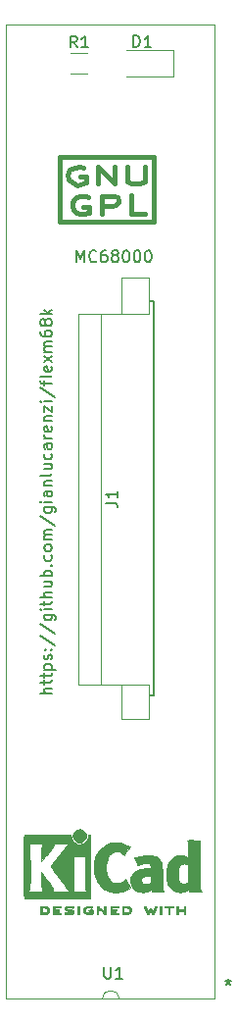
<source format=gto>
%TF.GenerationSoftware,KiCad,Pcbnew,5.1.9+dfsg1-1~bpo10+1*%
%TF.CreationDate,2021-06-25T21:43:00+02:00*%
%TF.ProjectId,flexm68k,666c6578-6d36-4386-9b2e-6b696361645f,0.1*%
%TF.SameCoordinates,Original*%
%TF.FileFunction,Legend,Top*%
%TF.FilePolarity,Positive*%
%FSLAX46Y46*%
G04 Gerber Fmt 4.6, Leading zero omitted, Abs format (unit mm)*
G04 Created by KiCad (PCBNEW 5.1.9+dfsg1-1~bpo10+1) date 2021-06-25 21:43:00*
%MOMM*%
%LPD*%
G01*
G04 APERTURE LIST*
%ADD10C,0.150000*%
%ADD11C,0.120000*%
%ADD12C,0.381000*%
%ADD13C,0.010000*%
G04 APERTURE END LIST*
D10*
X143552380Y-121223809D02*
X142552380Y-121223809D01*
X143552380Y-120795238D02*
X143028571Y-120795238D01*
X142933333Y-120842857D01*
X142885714Y-120938095D01*
X142885714Y-121080952D01*
X142933333Y-121176190D01*
X142980952Y-121223809D01*
X142885714Y-120461904D02*
X142885714Y-120080952D01*
X142552380Y-120319047D02*
X143409523Y-120319047D01*
X143504761Y-120271428D01*
X143552380Y-120176190D01*
X143552380Y-120080952D01*
X142885714Y-119890476D02*
X142885714Y-119509523D01*
X142552380Y-119747619D02*
X143409523Y-119747619D01*
X143504761Y-119700000D01*
X143552380Y-119604761D01*
X143552380Y-119509523D01*
X142885714Y-119176190D02*
X143885714Y-119176190D01*
X142933333Y-119176190D02*
X142885714Y-119080952D01*
X142885714Y-118890476D01*
X142933333Y-118795238D01*
X142980952Y-118747619D01*
X143076190Y-118700000D01*
X143361904Y-118700000D01*
X143457142Y-118747619D01*
X143504761Y-118795238D01*
X143552380Y-118890476D01*
X143552380Y-119080952D01*
X143504761Y-119176190D01*
X143504761Y-118319047D02*
X143552380Y-118223809D01*
X143552380Y-118033333D01*
X143504761Y-117938095D01*
X143409523Y-117890476D01*
X143361904Y-117890476D01*
X143266666Y-117938095D01*
X143219047Y-118033333D01*
X143219047Y-118176190D01*
X143171428Y-118271428D01*
X143076190Y-118319047D01*
X143028571Y-118319047D01*
X142933333Y-118271428D01*
X142885714Y-118176190D01*
X142885714Y-118033333D01*
X142933333Y-117938095D01*
X143457142Y-117461904D02*
X143504761Y-117414285D01*
X143552380Y-117461904D01*
X143504761Y-117509523D01*
X143457142Y-117461904D01*
X143552380Y-117461904D01*
X142933333Y-117461904D02*
X142980952Y-117414285D01*
X143028571Y-117461904D01*
X142980952Y-117509523D01*
X142933333Y-117461904D01*
X143028571Y-117461904D01*
X142504761Y-116271428D02*
X143790476Y-117128571D01*
X142504761Y-115223809D02*
X143790476Y-116080952D01*
X142885714Y-114461904D02*
X143695238Y-114461904D01*
X143790476Y-114509523D01*
X143838095Y-114557142D01*
X143885714Y-114652380D01*
X143885714Y-114795238D01*
X143838095Y-114890476D01*
X143504761Y-114461904D02*
X143552380Y-114557142D01*
X143552380Y-114747619D01*
X143504761Y-114842857D01*
X143457142Y-114890476D01*
X143361904Y-114938095D01*
X143076190Y-114938095D01*
X142980952Y-114890476D01*
X142933333Y-114842857D01*
X142885714Y-114747619D01*
X142885714Y-114557142D01*
X142933333Y-114461904D01*
X143552380Y-113985714D02*
X142885714Y-113985714D01*
X142552380Y-113985714D02*
X142600000Y-114033333D01*
X142647619Y-113985714D01*
X142600000Y-113938095D01*
X142552380Y-113985714D01*
X142647619Y-113985714D01*
X142885714Y-113652380D02*
X142885714Y-113271428D01*
X142552380Y-113509523D02*
X143409523Y-113509523D01*
X143504761Y-113461904D01*
X143552380Y-113366666D01*
X143552380Y-113271428D01*
X143552380Y-112938095D02*
X142552380Y-112938095D01*
X143552380Y-112509523D02*
X143028571Y-112509523D01*
X142933333Y-112557142D01*
X142885714Y-112652380D01*
X142885714Y-112795238D01*
X142933333Y-112890476D01*
X142980952Y-112938095D01*
X142885714Y-111604761D02*
X143552380Y-111604761D01*
X142885714Y-112033333D02*
X143409523Y-112033333D01*
X143504761Y-111985714D01*
X143552380Y-111890476D01*
X143552380Y-111747619D01*
X143504761Y-111652380D01*
X143457142Y-111604761D01*
X143552380Y-111128571D02*
X142552380Y-111128571D01*
X142933333Y-111128571D02*
X142885714Y-111033333D01*
X142885714Y-110842857D01*
X142933333Y-110747619D01*
X142980952Y-110700000D01*
X143076190Y-110652380D01*
X143361904Y-110652380D01*
X143457142Y-110700000D01*
X143504761Y-110747619D01*
X143552380Y-110842857D01*
X143552380Y-111033333D01*
X143504761Y-111128571D01*
X143457142Y-110223809D02*
X143504761Y-110176190D01*
X143552380Y-110223809D01*
X143504761Y-110271428D01*
X143457142Y-110223809D01*
X143552380Y-110223809D01*
X143504761Y-109319047D02*
X143552380Y-109414285D01*
X143552380Y-109604761D01*
X143504761Y-109700000D01*
X143457142Y-109747619D01*
X143361904Y-109795238D01*
X143076190Y-109795238D01*
X142980952Y-109747619D01*
X142933333Y-109700000D01*
X142885714Y-109604761D01*
X142885714Y-109414285D01*
X142933333Y-109319047D01*
X143552380Y-108747619D02*
X143504761Y-108842857D01*
X143457142Y-108890476D01*
X143361904Y-108938095D01*
X143076190Y-108938095D01*
X142980952Y-108890476D01*
X142933333Y-108842857D01*
X142885714Y-108747619D01*
X142885714Y-108604761D01*
X142933333Y-108509523D01*
X142980952Y-108461904D01*
X143076190Y-108414285D01*
X143361904Y-108414285D01*
X143457142Y-108461904D01*
X143504761Y-108509523D01*
X143552380Y-108604761D01*
X143552380Y-108747619D01*
X143552380Y-107985714D02*
X142885714Y-107985714D01*
X142980952Y-107985714D02*
X142933333Y-107938095D01*
X142885714Y-107842857D01*
X142885714Y-107700000D01*
X142933333Y-107604761D01*
X143028571Y-107557142D01*
X143552380Y-107557142D01*
X143028571Y-107557142D02*
X142933333Y-107509523D01*
X142885714Y-107414285D01*
X142885714Y-107271428D01*
X142933333Y-107176190D01*
X143028571Y-107128571D01*
X143552380Y-107128571D01*
X142504761Y-105938095D02*
X143790476Y-106795238D01*
X142885714Y-105176190D02*
X143695238Y-105176190D01*
X143790476Y-105223809D01*
X143838095Y-105271428D01*
X143885714Y-105366666D01*
X143885714Y-105509523D01*
X143838095Y-105604761D01*
X143504761Y-105176190D02*
X143552380Y-105271428D01*
X143552380Y-105461904D01*
X143504761Y-105557142D01*
X143457142Y-105604761D01*
X143361904Y-105652380D01*
X143076190Y-105652380D01*
X142980952Y-105604761D01*
X142933333Y-105557142D01*
X142885714Y-105461904D01*
X142885714Y-105271428D01*
X142933333Y-105176190D01*
X143552380Y-104700000D02*
X142885714Y-104700000D01*
X142552380Y-104700000D02*
X142600000Y-104747619D01*
X142647619Y-104700000D01*
X142600000Y-104652380D01*
X142552380Y-104700000D01*
X142647619Y-104700000D01*
X143552380Y-103795238D02*
X143028571Y-103795238D01*
X142933333Y-103842857D01*
X142885714Y-103938095D01*
X142885714Y-104128571D01*
X142933333Y-104223809D01*
X143504761Y-103795238D02*
X143552380Y-103890476D01*
X143552380Y-104128571D01*
X143504761Y-104223809D01*
X143409523Y-104271428D01*
X143314285Y-104271428D01*
X143219047Y-104223809D01*
X143171428Y-104128571D01*
X143171428Y-103890476D01*
X143123809Y-103795238D01*
X142885714Y-103319047D02*
X143552380Y-103319047D01*
X142980952Y-103319047D02*
X142933333Y-103271428D01*
X142885714Y-103176190D01*
X142885714Y-103033333D01*
X142933333Y-102938095D01*
X143028571Y-102890476D01*
X143552380Y-102890476D01*
X143552380Y-102271428D02*
X143504761Y-102366666D01*
X143409523Y-102414285D01*
X142552380Y-102414285D01*
X142885714Y-101461904D02*
X143552380Y-101461904D01*
X142885714Y-101890476D02*
X143409523Y-101890476D01*
X143504761Y-101842857D01*
X143552380Y-101747619D01*
X143552380Y-101604761D01*
X143504761Y-101509523D01*
X143457142Y-101461904D01*
X143504761Y-100557142D02*
X143552380Y-100652380D01*
X143552380Y-100842857D01*
X143504761Y-100938095D01*
X143457142Y-100985714D01*
X143361904Y-101033333D01*
X143076190Y-101033333D01*
X142980952Y-100985714D01*
X142933333Y-100938095D01*
X142885714Y-100842857D01*
X142885714Y-100652380D01*
X142933333Y-100557142D01*
X143552380Y-99700000D02*
X143028571Y-99700000D01*
X142933333Y-99747619D01*
X142885714Y-99842857D01*
X142885714Y-100033333D01*
X142933333Y-100128571D01*
X143504761Y-99700000D02*
X143552380Y-99795238D01*
X143552380Y-100033333D01*
X143504761Y-100128571D01*
X143409523Y-100176190D01*
X143314285Y-100176190D01*
X143219047Y-100128571D01*
X143171428Y-100033333D01*
X143171428Y-99795238D01*
X143123809Y-99700000D01*
X143552380Y-99223809D02*
X142885714Y-99223809D01*
X143076190Y-99223809D02*
X142980952Y-99176190D01*
X142933333Y-99128571D01*
X142885714Y-99033333D01*
X142885714Y-98938095D01*
X143504761Y-98223809D02*
X143552380Y-98319047D01*
X143552380Y-98509523D01*
X143504761Y-98604761D01*
X143409523Y-98652380D01*
X143028571Y-98652380D01*
X142933333Y-98604761D01*
X142885714Y-98509523D01*
X142885714Y-98319047D01*
X142933333Y-98223809D01*
X143028571Y-98176190D01*
X143123809Y-98176190D01*
X143219047Y-98652380D01*
X142885714Y-97747619D02*
X143552380Y-97747619D01*
X142980952Y-97747619D02*
X142933333Y-97700000D01*
X142885714Y-97604761D01*
X142885714Y-97461904D01*
X142933333Y-97366666D01*
X143028571Y-97319047D01*
X143552380Y-97319047D01*
X142885714Y-96938095D02*
X142885714Y-96414285D01*
X143552380Y-96938095D01*
X143552380Y-96414285D01*
X143552380Y-96033333D02*
X142885714Y-96033333D01*
X142552380Y-96033333D02*
X142600000Y-96080952D01*
X142647619Y-96033333D01*
X142600000Y-95985714D01*
X142552380Y-96033333D01*
X142647619Y-96033333D01*
X142504761Y-94842857D02*
X143790476Y-95700000D01*
X142885714Y-94652380D02*
X142885714Y-94271428D01*
X143552380Y-94509523D02*
X142695238Y-94509523D01*
X142600000Y-94461904D01*
X142552380Y-94366666D01*
X142552380Y-94271428D01*
X143552380Y-93795238D02*
X143504761Y-93890476D01*
X143409523Y-93938095D01*
X142552380Y-93938095D01*
X143504761Y-93033333D02*
X143552380Y-93128571D01*
X143552380Y-93319047D01*
X143504761Y-93414285D01*
X143409523Y-93461904D01*
X143028571Y-93461904D01*
X142933333Y-93414285D01*
X142885714Y-93319047D01*
X142885714Y-93128571D01*
X142933333Y-93033333D01*
X143028571Y-92985714D01*
X143123809Y-92985714D01*
X143219047Y-93461904D01*
X143552380Y-92652380D02*
X142885714Y-92128571D01*
X142885714Y-92652380D02*
X143552380Y-92128571D01*
X143552380Y-91747619D02*
X142885714Y-91747619D01*
X142980952Y-91747619D02*
X142933333Y-91700000D01*
X142885714Y-91604761D01*
X142885714Y-91461904D01*
X142933333Y-91366666D01*
X143028571Y-91319047D01*
X143552380Y-91319047D01*
X143028571Y-91319047D02*
X142933333Y-91271428D01*
X142885714Y-91176190D01*
X142885714Y-91033333D01*
X142933333Y-90938095D01*
X143028571Y-90890476D01*
X143552380Y-90890476D01*
X142552380Y-89985714D02*
X142552380Y-90176190D01*
X142600000Y-90271428D01*
X142647619Y-90319047D01*
X142790476Y-90414285D01*
X142980952Y-90461904D01*
X143361904Y-90461904D01*
X143457142Y-90414285D01*
X143504761Y-90366666D01*
X143552380Y-90271428D01*
X143552380Y-90080952D01*
X143504761Y-89985714D01*
X143457142Y-89938095D01*
X143361904Y-89890476D01*
X143123809Y-89890476D01*
X143028571Y-89938095D01*
X142980952Y-89985714D01*
X142933333Y-90080952D01*
X142933333Y-90271428D01*
X142980952Y-90366666D01*
X143028571Y-90414285D01*
X143123809Y-90461904D01*
X142980952Y-89319047D02*
X142933333Y-89414285D01*
X142885714Y-89461904D01*
X142790476Y-89509523D01*
X142742857Y-89509523D01*
X142647619Y-89461904D01*
X142600000Y-89414285D01*
X142552380Y-89319047D01*
X142552380Y-89128571D01*
X142600000Y-89033333D01*
X142647619Y-88985714D01*
X142742857Y-88938095D01*
X142790476Y-88938095D01*
X142885714Y-88985714D01*
X142933333Y-89033333D01*
X142980952Y-89128571D01*
X142980952Y-89319047D01*
X143028571Y-89414285D01*
X143076190Y-89461904D01*
X143171428Y-89509523D01*
X143361904Y-89509523D01*
X143457142Y-89461904D01*
X143504761Y-89414285D01*
X143552380Y-89319047D01*
X143552380Y-89128571D01*
X143504761Y-89033333D01*
X143457142Y-88985714D01*
X143361904Y-88938095D01*
X143171428Y-88938095D01*
X143076190Y-88985714D01*
X143028571Y-89033333D01*
X142980952Y-89128571D01*
X143552380Y-88509523D02*
X142552380Y-88509523D01*
X143171428Y-88414285D02*
X143552380Y-88128571D01*
X142885714Y-88128571D02*
X143266666Y-88509523D01*
D11*
X147950000Y-147600000D02*
G75*
G02*
X149350000Y-147600000I700000J0D01*
G01*
D12*
%TO.C,GNULOGO*%
X144236000Y-80490000D02*
X144236000Y-74902000D01*
X152364000Y-80490000D02*
X144236000Y-80490000D01*
X152364000Y-74902000D02*
X152364000Y-80490000D01*
X144236000Y-74902000D02*
X152364000Y-74902000D01*
X146499140Y-76649520D02*
X145998760Y-76649520D01*
X146499140Y-77149900D02*
X146499140Y-76649520D01*
X145800640Y-77350560D02*
X146499140Y-77149900D01*
X145300260Y-77149900D02*
X145800640Y-77350560D01*
X145000540Y-76850180D02*
X145300260Y-77149900D01*
X144898940Y-76448860D02*
X145000540Y-76850180D01*
X145099600Y-76050080D02*
X144898940Y-76448860D01*
X145500920Y-75849420D02*
X145099600Y-76050080D01*
X145998760Y-75750360D02*
X145500920Y-75849420D01*
X146301020Y-75849420D02*
X145998760Y-75750360D01*
X149001040Y-77248960D02*
X149001040Y-75750360D01*
X147499900Y-75750360D02*
X149001040Y-77248960D01*
X147499900Y-77248960D02*
X147499900Y-75750360D01*
X151599460Y-77050840D02*
X151599460Y-75750360D01*
X151398800Y-77149900D02*
X151599460Y-77050840D01*
X151099080Y-77248960D02*
X151398800Y-77149900D01*
X150700300Y-77248960D02*
X151099080Y-77248960D01*
X150400580Y-77248960D02*
X150700300Y-77248960D01*
X150100860Y-77050840D02*
X150400580Y-77248960D01*
X150100860Y-75750360D02*
X150100860Y-77050840D01*
X146798860Y-79250480D02*
X146301020Y-79250480D01*
X146798860Y-79750860D02*
X146798860Y-79250480D01*
X146301020Y-79849920D02*
X146798860Y-79750860D01*
X145998760Y-79849920D02*
X146301020Y-79849920D01*
X145699040Y-79750860D02*
X145998760Y-79849920D01*
X145399320Y-79550200D02*
X145699040Y-79750860D01*
X145300260Y-79148880D02*
X145399320Y-79550200D01*
X145300260Y-78849160D02*
X145300260Y-79148880D01*
X145500920Y-78549440D02*
X145300260Y-78849160D01*
X145699040Y-78450380D02*
X145500920Y-78549440D01*
X145998760Y-78348780D02*
X145699040Y-78450380D01*
X146499140Y-78348780D02*
X145998760Y-78348780D01*
X146699800Y-78450380D02*
X146499140Y-78348780D01*
X148800380Y-79148880D02*
X147901220Y-79148880D01*
X149100100Y-79049820D02*
X148800380Y-79148880D01*
X149300760Y-78849160D02*
X149100100Y-79049820D01*
X149300760Y-78651040D02*
X149300760Y-78849160D01*
X149199160Y-78450380D02*
X149300760Y-78651040D01*
X149001040Y-78348780D02*
X149199160Y-78450380D01*
X148800380Y-78348780D02*
X149001040Y-78348780D01*
X147901220Y-78348780D02*
X148800380Y-78348780D01*
X147901220Y-79849920D02*
X147901220Y-78348780D01*
X150400580Y-79849920D02*
X151599460Y-79849920D01*
X150400580Y-78249720D02*
X150400580Y-79849920D01*
D13*
%TO.C,KICADLOGO*%
G36*
X142690337Y-139585258D02*
G01*
X142729819Y-139585659D01*
X142845508Y-139588451D01*
X142942397Y-139596742D01*
X143023789Y-139611424D01*
X143092985Y-139633385D01*
X143153288Y-139663514D01*
X143208000Y-139702702D01*
X143227541Y-139719724D01*
X143259958Y-139759555D01*
X143289188Y-139813605D01*
X143311717Y-139873515D01*
X143324029Y-139930931D01*
X143325308Y-139952148D01*
X143317291Y-140010961D01*
X143295809Y-140075205D01*
X143264709Y-140136013D01*
X143227842Y-140184522D01*
X143221854Y-140190374D01*
X143171129Y-140231513D01*
X143115583Y-140263627D01*
X143052012Y-140287557D01*
X142977214Y-140304145D01*
X142887986Y-140314233D01*
X142781126Y-140318661D01*
X142732180Y-140319037D01*
X142669946Y-140318737D01*
X142626180Y-140317484D01*
X142596777Y-140314746D01*
X142577629Y-140309993D01*
X142564631Y-140302693D01*
X142557663Y-140296459D01*
X142551082Y-140288886D01*
X142545920Y-140279116D01*
X142542005Y-140264532D01*
X142539165Y-140242518D01*
X142537228Y-140210456D01*
X142536024Y-140165728D01*
X142535380Y-140105718D01*
X142535125Y-140027809D01*
X142535086Y-139952148D01*
X142534838Y-139851233D01*
X142534891Y-139770619D01*
X142535851Y-139732014D01*
X142681841Y-139732014D01*
X142681841Y-140172281D01*
X142774974Y-140172196D01*
X142831015Y-140170588D01*
X142889709Y-140166448D01*
X142938680Y-140160656D01*
X142940170Y-140160418D01*
X143019316Y-140141282D01*
X143080706Y-140111479D01*
X143127403Y-140069070D01*
X143157073Y-140023153D01*
X143175355Y-139972218D01*
X143173937Y-139924392D01*
X143152720Y-139873125D01*
X143111219Y-139820091D01*
X143053710Y-139780792D01*
X142978958Y-139754523D01*
X142929000Y-139745227D01*
X142872292Y-139738699D01*
X142812189Y-139733974D01*
X142761069Y-139732009D01*
X142758041Y-139732000D01*
X142681841Y-139732014D01*
X142535851Y-139732014D01*
X142536448Y-139708043D01*
X142540710Y-139661247D01*
X142548878Y-139627970D01*
X142562152Y-139605951D01*
X142581734Y-139592931D01*
X142608825Y-139586649D01*
X142644626Y-139584845D01*
X142690337Y-139585258D01*
G37*
X142690337Y-139585258D02*
X142729819Y-139585659D01*
X142845508Y-139588451D01*
X142942397Y-139596742D01*
X143023789Y-139611424D01*
X143092985Y-139633385D01*
X143153288Y-139663514D01*
X143208000Y-139702702D01*
X143227541Y-139719724D01*
X143259958Y-139759555D01*
X143289188Y-139813605D01*
X143311717Y-139873515D01*
X143324029Y-139930931D01*
X143325308Y-139952148D01*
X143317291Y-140010961D01*
X143295809Y-140075205D01*
X143264709Y-140136013D01*
X143227842Y-140184522D01*
X143221854Y-140190374D01*
X143171129Y-140231513D01*
X143115583Y-140263627D01*
X143052012Y-140287557D01*
X142977214Y-140304145D01*
X142887986Y-140314233D01*
X142781126Y-140318661D01*
X142732180Y-140319037D01*
X142669946Y-140318737D01*
X142626180Y-140317484D01*
X142596777Y-140314746D01*
X142577629Y-140309993D01*
X142564631Y-140302693D01*
X142557663Y-140296459D01*
X142551082Y-140288886D01*
X142545920Y-140279116D01*
X142542005Y-140264532D01*
X142539165Y-140242518D01*
X142537228Y-140210456D01*
X142536024Y-140165728D01*
X142535380Y-140105718D01*
X142535125Y-140027809D01*
X142535086Y-139952148D01*
X142534838Y-139851233D01*
X142534891Y-139770619D01*
X142535851Y-139732014D01*
X142681841Y-139732014D01*
X142681841Y-140172281D01*
X142774974Y-140172196D01*
X142831015Y-140170588D01*
X142889709Y-140166448D01*
X142938680Y-140160656D01*
X142940170Y-140160418D01*
X143019316Y-140141282D01*
X143080706Y-140111479D01*
X143127403Y-140069070D01*
X143157073Y-140023153D01*
X143175355Y-139972218D01*
X143173937Y-139924392D01*
X143152720Y-139873125D01*
X143111219Y-139820091D01*
X143053710Y-139780792D01*
X142978958Y-139754523D01*
X142929000Y-139745227D01*
X142872292Y-139738699D01*
X142812189Y-139733974D01*
X142761069Y-139732009D01*
X142758041Y-139732000D01*
X142681841Y-139732014D01*
X142535851Y-139732014D01*
X142536448Y-139708043D01*
X142540710Y-139661247D01*
X142548878Y-139627970D01*
X142562152Y-139605951D01*
X142581734Y-139592931D01*
X142608825Y-139586649D01*
X142644626Y-139584845D01*
X142690337Y-139585258D01*
G36*
X144098914Y-139585338D02*
G01*
X144168322Y-139585710D01*
X144220711Y-139586577D01*
X144258861Y-139588138D01*
X144285549Y-139590595D01*
X144303555Y-139594149D01*
X144315659Y-139599002D01*
X144324639Y-139605353D01*
X144327890Y-139608276D01*
X144347665Y-139639334D01*
X144351226Y-139675020D01*
X144338217Y-139706702D01*
X144332202Y-139713105D01*
X144322473Y-139719313D01*
X144306807Y-139724102D01*
X144282300Y-139727706D01*
X144246047Y-139730356D01*
X144195143Y-139732287D01*
X144126682Y-139733731D01*
X144064091Y-139734610D01*
X143816374Y-139737659D01*
X143812989Y-139802570D01*
X143809603Y-139867481D01*
X143977750Y-139867481D01*
X144050749Y-139868111D01*
X144104191Y-139870745D01*
X144141080Y-139876501D01*
X144164420Y-139886496D01*
X144177214Y-139901848D01*
X144182466Y-139923674D01*
X144183263Y-139943930D01*
X144180785Y-139968784D01*
X144171431Y-139987098D01*
X144152325Y-139999829D01*
X144120590Y-140007933D01*
X144073349Y-140012368D01*
X144007725Y-140014091D01*
X143971907Y-140014237D01*
X143810730Y-140014237D01*
X143810730Y-140172281D01*
X144059086Y-140172281D01*
X144140495Y-140172394D01*
X144202366Y-140172904D01*
X144247740Y-140174062D01*
X144279654Y-140176122D01*
X144301149Y-140179338D01*
X144315265Y-140183964D01*
X144325040Y-140190251D01*
X144330019Y-140194859D01*
X144347098Y-140221752D01*
X144352597Y-140245659D01*
X144344745Y-140274859D01*
X144330019Y-140296459D01*
X144322162Y-140303258D01*
X144312020Y-140308538D01*
X144296864Y-140312490D01*
X144273967Y-140315305D01*
X144240599Y-140317174D01*
X144194033Y-140318290D01*
X144131541Y-140318843D01*
X144050394Y-140319025D01*
X144008286Y-140319037D01*
X143918110Y-140318957D01*
X143847784Y-140318590D01*
X143794579Y-140317744D01*
X143755768Y-140316228D01*
X143728621Y-140313851D01*
X143710410Y-140310421D01*
X143698408Y-140305746D01*
X143689886Y-140299636D01*
X143686552Y-140296459D01*
X143679953Y-140288862D01*
X143674781Y-140279062D01*
X143670862Y-140264431D01*
X143668024Y-140242344D01*
X143666093Y-140210174D01*
X143664896Y-140165295D01*
X143664260Y-140105081D01*
X143664011Y-140026905D01*
X143663974Y-139954115D01*
X143664008Y-139860899D01*
X143664243Y-139787623D01*
X143664878Y-139731650D01*
X143666114Y-139690343D01*
X143668152Y-139661064D01*
X143671191Y-139641176D01*
X143675431Y-139628042D01*
X143681073Y-139619024D01*
X143688317Y-139611485D01*
X143690102Y-139609804D01*
X143698763Y-139602364D01*
X143708826Y-139596601D01*
X143723083Y-139592304D01*
X143744325Y-139589256D01*
X143775344Y-139587243D01*
X143818931Y-139586052D01*
X143877877Y-139585467D01*
X143954974Y-139585275D01*
X144009707Y-139585259D01*
X144098914Y-139585338D01*
G37*
X144098914Y-139585338D02*
X144168322Y-139585710D01*
X144220711Y-139586577D01*
X144258861Y-139588138D01*
X144285549Y-139590595D01*
X144303555Y-139594149D01*
X144315659Y-139599002D01*
X144324639Y-139605353D01*
X144327890Y-139608276D01*
X144347665Y-139639334D01*
X144351226Y-139675020D01*
X144338217Y-139706702D01*
X144332202Y-139713105D01*
X144322473Y-139719313D01*
X144306807Y-139724102D01*
X144282300Y-139727706D01*
X144246047Y-139730356D01*
X144195143Y-139732287D01*
X144126682Y-139733731D01*
X144064091Y-139734610D01*
X143816374Y-139737659D01*
X143812989Y-139802570D01*
X143809603Y-139867481D01*
X143977750Y-139867481D01*
X144050749Y-139868111D01*
X144104191Y-139870745D01*
X144141080Y-139876501D01*
X144164420Y-139886496D01*
X144177214Y-139901848D01*
X144182466Y-139923674D01*
X144183263Y-139943930D01*
X144180785Y-139968784D01*
X144171431Y-139987098D01*
X144152325Y-139999829D01*
X144120590Y-140007933D01*
X144073349Y-140012368D01*
X144007725Y-140014091D01*
X143971907Y-140014237D01*
X143810730Y-140014237D01*
X143810730Y-140172281D01*
X144059086Y-140172281D01*
X144140495Y-140172394D01*
X144202366Y-140172904D01*
X144247740Y-140174062D01*
X144279654Y-140176122D01*
X144301149Y-140179338D01*
X144315265Y-140183964D01*
X144325040Y-140190251D01*
X144330019Y-140194859D01*
X144347098Y-140221752D01*
X144352597Y-140245659D01*
X144344745Y-140274859D01*
X144330019Y-140296459D01*
X144322162Y-140303258D01*
X144312020Y-140308538D01*
X144296864Y-140312490D01*
X144273967Y-140315305D01*
X144240599Y-140317174D01*
X144194033Y-140318290D01*
X144131541Y-140318843D01*
X144050394Y-140319025D01*
X144008286Y-140319037D01*
X143918110Y-140318957D01*
X143847784Y-140318590D01*
X143794579Y-140317744D01*
X143755768Y-140316228D01*
X143728621Y-140313851D01*
X143710410Y-140310421D01*
X143698408Y-140305746D01*
X143689886Y-140299636D01*
X143686552Y-140296459D01*
X143679953Y-140288862D01*
X143674781Y-140279062D01*
X143670862Y-140264431D01*
X143668024Y-140242344D01*
X143666093Y-140210174D01*
X143664896Y-140165295D01*
X143664260Y-140105081D01*
X143664011Y-140026905D01*
X143663974Y-139954115D01*
X143664008Y-139860899D01*
X143664243Y-139787623D01*
X143664878Y-139731650D01*
X143666114Y-139690343D01*
X143668152Y-139661064D01*
X143671191Y-139641176D01*
X143675431Y-139628042D01*
X143681073Y-139619024D01*
X143688317Y-139611485D01*
X143690102Y-139609804D01*
X143698763Y-139602364D01*
X143708826Y-139596601D01*
X143723083Y-139592304D01*
X143744325Y-139589256D01*
X143775344Y-139587243D01*
X143818931Y-139586052D01*
X143877877Y-139585467D01*
X143954974Y-139585275D01*
X144009707Y-139585259D01*
X144098914Y-139585338D01*
G36*
X145120005Y-139586543D02*
G01*
X145194820Y-139591773D01*
X145264402Y-139599942D01*
X145324706Y-139610742D01*
X145371688Y-139623865D01*
X145401302Y-139639005D01*
X145405848Y-139643461D01*
X145421654Y-139678042D01*
X145416861Y-139713543D01*
X145392344Y-139743917D01*
X145391174Y-139744788D01*
X145376754Y-139754146D01*
X145361700Y-139759068D01*
X145340703Y-139759665D01*
X145308451Y-139756053D01*
X145259635Y-139748346D01*
X145255708Y-139747697D01*
X145182969Y-139738761D01*
X145104491Y-139734353D01*
X145025781Y-139734311D01*
X144952347Y-139738471D01*
X144889697Y-139746671D01*
X144843338Y-139758749D01*
X144840292Y-139759963D01*
X144806660Y-139778807D01*
X144794844Y-139797877D01*
X144804094Y-139816631D01*
X144833661Y-139834529D01*
X144882797Y-139851029D01*
X144950751Y-139865588D01*
X144996063Y-139872598D01*
X145090252Y-139886081D01*
X145165164Y-139898406D01*
X145223991Y-139910641D01*
X145269923Y-139923853D01*
X145306153Y-139939109D01*
X145335870Y-139957477D01*
X145362266Y-139980023D01*
X145383478Y-140002163D01*
X145408643Y-140033011D01*
X145421027Y-140059537D01*
X145424900Y-140092218D01*
X145425041Y-140104187D01*
X145422132Y-140143904D01*
X145410506Y-140173451D01*
X145390385Y-140199678D01*
X145349492Y-140239768D01*
X145303891Y-140270341D01*
X145250195Y-140292395D01*
X145185016Y-140306927D01*
X145104964Y-140314933D01*
X145006651Y-140317410D01*
X144990419Y-140317369D01*
X144924859Y-140316010D01*
X144859842Y-140312922D01*
X144802456Y-140308548D01*
X144759786Y-140303332D01*
X144756336Y-140302733D01*
X144713912Y-140292683D01*
X144677928Y-140279988D01*
X144657558Y-140268382D01*
X144638601Y-140237764D01*
X144637281Y-140202110D01*
X144653623Y-140170336D01*
X144657279Y-140166743D01*
X144672393Y-140156068D01*
X144691293Y-140151468D01*
X144720546Y-140152251D01*
X144756057Y-140156319D01*
X144795738Y-140159954D01*
X144851363Y-140163020D01*
X144916302Y-140165245D01*
X144983923Y-140166356D01*
X145001708Y-140166429D01*
X145069580Y-140166156D01*
X145119254Y-140164838D01*
X145155098Y-140162019D01*
X145181484Y-140157242D01*
X145202782Y-140150049D01*
X145215582Y-140144059D01*
X145243708Y-140127425D01*
X145261640Y-140112360D01*
X145264261Y-140108089D01*
X145258732Y-140090455D01*
X145232448Y-140073384D01*
X145187230Y-140057650D01*
X145124900Y-140044030D01*
X145106537Y-140040996D01*
X145010618Y-140025930D01*
X144934067Y-140013338D01*
X144873928Y-140002303D01*
X144827248Y-139991912D01*
X144791071Y-139981248D01*
X144762443Y-139969397D01*
X144738410Y-139955443D01*
X144716016Y-139938473D01*
X144692306Y-139917570D01*
X144684328Y-139910241D01*
X144656355Y-139882891D01*
X144641548Y-139861221D01*
X144635756Y-139836424D01*
X144634819Y-139805175D01*
X144645133Y-139743897D01*
X144675956Y-139691832D01*
X144727113Y-139649150D01*
X144798425Y-139616017D01*
X144849308Y-139601156D01*
X144904608Y-139591558D01*
X144970855Y-139586128D01*
X145044002Y-139584559D01*
X145120005Y-139586543D01*
G37*
X145120005Y-139586543D02*
X145194820Y-139591773D01*
X145264402Y-139599942D01*
X145324706Y-139610742D01*
X145371688Y-139623865D01*
X145401302Y-139639005D01*
X145405848Y-139643461D01*
X145421654Y-139678042D01*
X145416861Y-139713543D01*
X145392344Y-139743917D01*
X145391174Y-139744788D01*
X145376754Y-139754146D01*
X145361700Y-139759068D01*
X145340703Y-139759665D01*
X145308451Y-139756053D01*
X145259635Y-139748346D01*
X145255708Y-139747697D01*
X145182969Y-139738761D01*
X145104491Y-139734353D01*
X145025781Y-139734311D01*
X144952347Y-139738471D01*
X144889697Y-139746671D01*
X144843338Y-139758749D01*
X144840292Y-139759963D01*
X144806660Y-139778807D01*
X144794844Y-139797877D01*
X144804094Y-139816631D01*
X144833661Y-139834529D01*
X144882797Y-139851029D01*
X144950751Y-139865588D01*
X144996063Y-139872598D01*
X145090252Y-139886081D01*
X145165164Y-139898406D01*
X145223991Y-139910641D01*
X145269923Y-139923853D01*
X145306153Y-139939109D01*
X145335870Y-139957477D01*
X145362266Y-139980023D01*
X145383478Y-140002163D01*
X145408643Y-140033011D01*
X145421027Y-140059537D01*
X145424900Y-140092218D01*
X145425041Y-140104187D01*
X145422132Y-140143904D01*
X145410506Y-140173451D01*
X145390385Y-140199678D01*
X145349492Y-140239768D01*
X145303891Y-140270341D01*
X145250195Y-140292395D01*
X145185016Y-140306927D01*
X145104964Y-140314933D01*
X145006651Y-140317410D01*
X144990419Y-140317369D01*
X144924859Y-140316010D01*
X144859842Y-140312922D01*
X144802456Y-140308548D01*
X144759786Y-140303332D01*
X144756336Y-140302733D01*
X144713912Y-140292683D01*
X144677928Y-140279988D01*
X144657558Y-140268382D01*
X144638601Y-140237764D01*
X144637281Y-140202110D01*
X144653623Y-140170336D01*
X144657279Y-140166743D01*
X144672393Y-140156068D01*
X144691293Y-140151468D01*
X144720546Y-140152251D01*
X144756057Y-140156319D01*
X144795738Y-140159954D01*
X144851363Y-140163020D01*
X144916302Y-140165245D01*
X144983923Y-140166356D01*
X145001708Y-140166429D01*
X145069580Y-140166156D01*
X145119254Y-140164838D01*
X145155098Y-140162019D01*
X145181484Y-140157242D01*
X145202782Y-140150049D01*
X145215582Y-140144059D01*
X145243708Y-140127425D01*
X145261640Y-140112360D01*
X145264261Y-140108089D01*
X145258732Y-140090455D01*
X145232448Y-140073384D01*
X145187230Y-140057650D01*
X145124900Y-140044030D01*
X145106537Y-140040996D01*
X145010618Y-140025930D01*
X144934067Y-140013338D01*
X144873928Y-140002303D01*
X144827248Y-139991912D01*
X144791071Y-139981248D01*
X144762443Y-139969397D01*
X144738410Y-139955443D01*
X144716016Y-139938473D01*
X144692306Y-139917570D01*
X144684328Y-139910241D01*
X144656355Y-139882891D01*
X144641548Y-139861221D01*
X144635756Y-139836424D01*
X144634819Y-139805175D01*
X144645133Y-139743897D01*
X144675956Y-139691832D01*
X144727113Y-139649150D01*
X144798425Y-139616017D01*
X144849308Y-139601156D01*
X144904608Y-139591558D01*
X144970855Y-139586128D01*
X145044002Y-139584559D01*
X145120005Y-139586543D01*
G36*
X145887886Y-139607837D02*
G01*
X145894466Y-139615410D01*
X145899629Y-139625179D01*
X145903544Y-139639763D01*
X145906384Y-139661777D01*
X145908321Y-139693840D01*
X145909525Y-139738567D01*
X145910169Y-139798577D01*
X145910424Y-139876486D01*
X145910463Y-139952148D01*
X145910394Y-140045994D01*
X145910070Y-140119881D01*
X145909322Y-140176424D01*
X145907976Y-140218241D01*
X145905862Y-140247949D01*
X145902808Y-140268165D01*
X145898642Y-140281506D01*
X145893192Y-140290590D01*
X145887886Y-140296459D01*
X145854882Y-140316139D01*
X145819717Y-140314373D01*
X145788253Y-140292909D01*
X145781024Y-140284529D01*
X145775374Y-140274806D01*
X145771109Y-140261053D01*
X145768035Y-140240581D01*
X145765956Y-140210704D01*
X145764678Y-140168733D01*
X145764007Y-140111981D01*
X145763749Y-140037759D01*
X145763708Y-139953729D01*
X145763708Y-139640677D01*
X145791417Y-139612968D01*
X145825571Y-139589655D01*
X145858702Y-139588815D01*
X145887886Y-139607837D01*
G37*
X145887886Y-139607837D02*
X145894466Y-139615410D01*
X145899629Y-139625179D01*
X145903544Y-139639763D01*
X145906384Y-139661777D01*
X145908321Y-139693840D01*
X145909525Y-139738567D01*
X145910169Y-139798577D01*
X145910424Y-139876486D01*
X145910463Y-139952148D01*
X145910394Y-140045994D01*
X145910070Y-140119881D01*
X145909322Y-140176424D01*
X145907976Y-140218241D01*
X145905862Y-140247949D01*
X145902808Y-140268165D01*
X145898642Y-140281506D01*
X145893192Y-140290590D01*
X145887886Y-140296459D01*
X145854882Y-140316139D01*
X145819717Y-140314373D01*
X145788253Y-140292909D01*
X145781024Y-140284529D01*
X145775374Y-140274806D01*
X145771109Y-140261053D01*
X145768035Y-140240581D01*
X145765956Y-140210704D01*
X145764678Y-140168733D01*
X145764007Y-140111981D01*
X145763749Y-140037759D01*
X145763708Y-139953729D01*
X145763708Y-139640677D01*
X145791417Y-139612968D01*
X145825571Y-139589655D01*
X145858702Y-139588815D01*
X145887886Y-139607837D01*
G36*
X146861627Y-139590791D02*
G01*
X146930143Y-139602287D01*
X146982765Y-139620159D01*
X147017000Y-139643691D01*
X147026329Y-139657116D01*
X147035815Y-139688340D01*
X147029431Y-139716587D01*
X147009278Y-139743374D01*
X146977963Y-139755905D01*
X146932525Y-139754888D01*
X146897382Y-139748098D01*
X146819289Y-139735163D01*
X146739482Y-139733934D01*
X146650153Y-139744433D01*
X146625479Y-139748882D01*
X146542417Y-139772300D01*
X146477435Y-139807137D01*
X146431247Y-139852796D01*
X146404563Y-139908686D01*
X146399045Y-139937580D01*
X146402657Y-139996204D01*
X146425979Y-140048071D01*
X146466884Y-140092170D01*
X146523249Y-140127491D01*
X146592948Y-140153021D01*
X146673856Y-140167751D01*
X146763848Y-140170670D01*
X146860798Y-140160767D01*
X146866272Y-140159833D01*
X146904833Y-140152651D01*
X146926214Y-140145713D01*
X146935481Y-140135419D01*
X146937702Y-140118168D01*
X146937752Y-140109033D01*
X146937752Y-140070681D01*
X146869277Y-140070681D01*
X146808808Y-140066539D01*
X146767543Y-140053339D01*
X146743533Y-140029922D01*
X146734831Y-139995128D01*
X146734725Y-139990586D01*
X146739816Y-139960846D01*
X146757275Y-139939611D01*
X146789769Y-139925558D01*
X146839965Y-139917365D01*
X146888585Y-139914353D01*
X146959252Y-139912625D01*
X147010510Y-139915262D01*
X147045469Y-139924992D01*
X147067238Y-139944545D01*
X147078928Y-139976648D01*
X147083648Y-140024030D01*
X147084508Y-140086263D01*
X147083099Y-140155727D01*
X147078860Y-140202978D01*
X147071772Y-140228204D01*
X147070397Y-140230180D01*
X147031480Y-140261700D01*
X146974422Y-140286662D01*
X146902839Y-140304532D01*
X146820350Y-140314778D01*
X146730569Y-140316865D01*
X146637116Y-140310260D01*
X146582152Y-140302148D01*
X146495942Y-140277746D01*
X146415816Y-140237854D01*
X146348731Y-140186079D01*
X146338535Y-140175731D01*
X146305406Y-140132227D01*
X146275514Y-140078310D01*
X146252351Y-140021784D01*
X146239410Y-139970451D01*
X146237850Y-139950736D01*
X146244490Y-139909611D01*
X146262140Y-139858444D01*
X146287411Y-139804586D01*
X146316919Y-139755387D01*
X146342989Y-139722526D01*
X146403943Y-139673644D01*
X146482739Y-139634737D01*
X146576551Y-139606686D01*
X146682558Y-139590371D01*
X146779708Y-139586384D01*
X146861627Y-139590791D01*
G37*
X146861627Y-139590791D02*
X146930143Y-139602287D01*
X146982765Y-139620159D01*
X147017000Y-139643691D01*
X147026329Y-139657116D01*
X147035815Y-139688340D01*
X147029431Y-139716587D01*
X147009278Y-139743374D01*
X146977963Y-139755905D01*
X146932525Y-139754888D01*
X146897382Y-139748098D01*
X146819289Y-139735163D01*
X146739482Y-139733934D01*
X146650153Y-139744433D01*
X146625479Y-139748882D01*
X146542417Y-139772300D01*
X146477435Y-139807137D01*
X146431247Y-139852796D01*
X146404563Y-139908686D01*
X146399045Y-139937580D01*
X146402657Y-139996204D01*
X146425979Y-140048071D01*
X146466884Y-140092170D01*
X146523249Y-140127491D01*
X146592948Y-140153021D01*
X146673856Y-140167751D01*
X146763848Y-140170670D01*
X146860798Y-140160767D01*
X146866272Y-140159833D01*
X146904833Y-140152651D01*
X146926214Y-140145713D01*
X146935481Y-140135419D01*
X146937702Y-140118168D01*
X146937752Y-140109033D01*
X146937752Y-140070681D01*
X146869277Y-140070681D01*
X146808808Y-140066539D01*
X146767543Y-140053339D01*
X146743533Y-140029922D01*
X146734831Y-139995128D01*
X146734725Y-139990586D01*
X146739816Y-139960846D01*
X146757275Y-139939611D01*
X146789769Y-139925558D01*
X146839965Y-139917365D01*
X146888585Y-139914353D01*
X146959252Y-139912625D01*
X147010510Y-139915262D01*
X147045469Y-139924992D01*
X147067238Y-139944545D01*
X147078928Y-139976648D01*
X147083648Y-140024030D01*
X147084508Y-140086263D01*
X147083099Y-140155727D01*
X147078860Y-140202978D01*
X147071772Y-140228204D01*
X147070397Y-140230180D01*
X147031480Y-140261700D01*
X146974422Y-140286662D01*
X146902839Y-140304532D01*
X146820350Y-140314778D01*
X146730569Y-140316865D01*
X146637116Y-140310260D01*
X146582152Y-140302148D01*
X146495942Y-140277746D01*
X146415816Y-140237854D01*
X146348731Y-140186079D01*
X146338535Y-140175731D01*
X146305406Y-140132227D01*
X146275514Y-140078310D01*
X146252351Y-140021784D01*
X146239410Y-139970451D01*
X146237850Y-139950736D01*
X146244490Y-139909611D01*
X146262140Y-139858444D01*
X146287411Y-139804586D01*
X146316919Y-139755387D01*
X146342989Y-139722526D01*
X146403943Y-139673644D01*
X146482739Y-139634737D01*
X146576551Y-139606686D01*
X146682558Y-139590371D01*
X146779708Y-139586384D01*
X146861627Y-139590791D01*
G36*
X147511594Y-139589640D02*
G01*
X147535160Y-139603465D01*
X147565973Y-139626073D01*
X147605630Y-139658530D01*
X147655728Y-139701900D01*
X147717865Y-139757250D01*
X147793636Y-139825643D01*
X147880374Y-139904276D01*
X148060997Y-140068070D01*
X148066641Y-139848221D01*
X148068679Y-139772543D01*
X148070645Y-139716186D01*
X148072974Y-139675898D01*
X148076102Y-139648427D01*
X148080463Y-139630521D01*
X148086492Y-139618929D01*
X148094624Y-139610400D01*
X148098936Y-139606815D01*
X148133467Y-139587862D01*
X148166325Y-139590633D01*
X148192390Y-139606825D01*
X148219041Y-139628391D01*
X148222356Y-139943343D01*
X148223273Y-140035971D01*
X148223740Y-140108736D01*
X148223595Y-140164353D01*
X148222676Y-140205534D01*
X148220821Y-140234995D01*
X148217869Y-140255447D01*
X148213658Y-140269605D01*
X148208026Y-140280183D01*
X148201781Y-140288666D01*
X148188269Y-140304399D01*
X148174825Y-140314828D01*
X148159584Y-140318831D01*
X148140682Y-140315286D01*
X148116253Y-140303071D01*
X148084435Y-140281063D01*
X148043360Y-140248141D01*
X147991166Y-140203183D01*
X147925986Y-140145067D01*
X147852152Y-140078291D01*
X147586863Y-139837650D01*
X147581219Y-140056781D01*
X147579177Y-140132320D01*
X147577206Y-140188546D01*
X147574869Y-140228716D01*
X147571727Y-140256088D01*
X147567344Y-140273920D01*
X147561284Y-140285471D01*
X147553108Y-140293999D01*
X147548924Y-140297474D01*
X147511943Y-140316564D01*
X147477000Y-140313685D01*
X147446572Y-140289292D01*
X147439611Y-140279478D01*
X147434185Y-140268018D01*
X147430105Y-140252160D01*
X147427179Y-140229155D01*
X147425216Y-140196254D01*
X147424025Y-140150708D01*
X147423416Y-140089765D01*
X147423197Y-140010678D01*
X147423174Y-139952148D01*
X147423248Y-139860599D01*
X147423595Y-139788879D01*
X147424407Y-139734237D01*
X147425875Y-139693924D01*
X147428189Y-139665190D01*
X147431541Y-139645285D01*
X147436120Y-139631460D01*
X147442119Y-139620964D01*
X147446572Y-139615003D01*
X147457858Y-139600883D01*
X147468407Y-139590221D01*
X147479815Y-139584084D01*
X147493678Y-139583535D01*
X147511594Y-139589640D01*
G37*
X147511594Y-139589640D02*
X147535160Y-139603465D01*
X147565973Y-139626073D01*
X147605630Y-139658530D01*
X147655728Y-139701900D01*
X147717865Y-139757250D01*
X147793636Y-139825643D01*
X147880374Y-139904276D01*
X148060997Y-140068070D01*
X148066641Y-139848221D01*
X148068679Y-139772543D01*
X148070645Y-139716186D01*
X148072974Y-139675898D01*
X148076102Y-139648427D01*
X148080463Y-139630521D01*
X148086492Y-139618929D01*
X148094624Y-139610400D01*
X148098936Y-139606815D01*
X148133467Y-139587862D01*
X148166325Y-139590633D01*
X148192390Y-139606825D01*
X148219041Y-139628391D01*
X148222356Y-139943343D01*
X148223273Y-140035971D01*
X148223740Y-140108736D01*
X148223595Y-140164353D01*
X148222676Y-140205534D01*
X148220821Y-140234995D01*
X148217869Y-140255447D01*
X148213658Y-140269605D01*
X148208026Y-140280183D01*
X148201781Y-140288666D01*
X148188269Y-140304399D01*
X148174825Y-140314828D01*
X148159584Y-140318831D01*
X148140682Y-140315286D01*
X148116253Y-140303071D01*
X148084435Y-140281063D01*
X148043360Y-140248141D01*
X147991166Y-140203183D01*
X147925986Y-140145067D01*
X147852152Y-140078291D01*
X147586863Y-139837650D01*
X147581219Y-140056781D01*
X147579177Y-140132320D01*
X147577206Y-140188546D01*
X147574869Y-140228716D01*
X147571727Y-140256088D01*
X147567344Y-140273920D01*
X147561284Y-140285471D01*
X147553108Y-140293999D01*
X147548924Y-140297474D01*
X147511943Y-140316564D01*
X147477000Y-140313685D01*
X147446572Y-140289292D01*
X147439611Y-140279478D01*
X147434185Y-140268018D01*
X147430105Y-140252160D01*
X147427179Y-140229155D01*
X147425216Y-140196254D01*
X147424025Y-140150708D01*
X147423416Y-140089765D01*
X147423197Y-140010678D01*
X147423174Y-139952148D01*
X147423248Y-139860599D01*
X147423595Y-139788879D01*
X147424407Y-139734237D01*
X147425875Y-139693924D01*
X147428189Y-139665190D01*
X147431541Y-139645285D01*
X147436120Y-139631460D01*
X147442119Y-139620964D01*
X147446572Y-139615003D01*
X147457858Y-139600883D01*
X147468407Y-139590221D01*
X147479815Y-139584084D01*
X147493678Y-139583535D01*
X147511594Y-139589640D01*
G36*
X149042051Y-139585452D02*
G01*
X149118409Y-139586366D01*
X149176925Y-139588503D01*
X149219963Y-139592367D01*
X149249891Y-139598459D01*
X149269076Y-139607282D01*
X149279884Y-139619338D01*
X149284681Y-139635131D01*
X149285835Y-139655162D01*
X149285841Y-139657527D01*
X149284839Y-139680184D01*
X149280104Y-139697695D01*
X149269041Y-139710766D01*
X149249056Y-139720105D01*
X149217554Y-139726419D01*
X149171940Y-139730414D01*
X149109621Y-139732798D01*
X149028001Y-139734278D01*
X149002985Y-139734606D01*
X148760908Y-139737659D01*
X148757522Y-139802570D01*
X148754137Y-139867481D01*
X148922284Y-139867481D01*
X148987974Y-139867723D01*
X149034880Y-139868748D01*
X149066791Y-139871003D01*
X149087499Y-139874934D01*
X149100792Y-139880990D01*
X149110463Y-139889616D01*
X149110525Y-139889685D01*
X149128064Y-139923304D01*
X149127430Y-139959640D01*
X149109022Y-139990615D01*
X149105379Y-139993799D01*
X149092449Y-140002004D01*
X149074732Y-140007713D01*
X149048278Y-140011354D01*
X149009140Y-140013359D01*
X148953370Y-140014156D01*
X148917702Y-140014237D01*
X148755263Y-140014237D01*
X148755263Y-140172281D01*
X149001869Y-140172281D01*
X149083288Y-140172423D01*
X149145118Y-140173006D01*
X149190345Y-140174260D01*
X149221956Y-140176419D01*
X149242939Y-140179715D01*
X149256281Y-140184381D01*
X149264969Y-140190649D01*
X149267158Y-140192925D01*
X149283322Y-140224472D01*
X149284505Y-140260360D01*
X149271244Y-140291477D01*
X149260751Y-140301463D01*
X149249837Y-140306961D01*
X149232925Y-140311214D01*
X149207341Y-140314372D01*
X149170409Y-140316584D01*
X149119454Y-140317998D01*
X149051802Y-140318764D01*
X148964777Y-140319030D01*
X148945102Y-140319037D01*
X148856619Y-140318979D01*
X148787935Y-140318659D01*
X148736272Y-140317859D01*
X148698853Y-140316359D01*
X148672898Y-140313941D01*
X148655630Y-140310386D01*
X148644270Y-140305474D01*
X148636040Y-140298987D01*
X148631525Y-140294330D01*
X148624729Y-140286081D01*
X148619420Y-140275861D01*
X148615414Y-140260992D01*
X148612529Y-140238794D01*
X148610582Y-140206585D01*
X148609389Y-140161688D01*
X148608769Y-140101420D01*
X148608537Y-140023103D01*
X148608508Y-139957186D01*
X148608579Y-139864820D01*
X148608916Y-139792309D01*
X148609706Y-139736929D01*
X148611134Y-139695957D01*
X148613387Y-139666670D01*
X148616651Y-139646345D01*
X148621112Y-139632258D01*
X148626956Y-139621687D01*
X148631905Y-139615003D01*
X148655302Y-139585259D01*
X148945482Y-139585259D01*
X149042051Y-139585452D01*
G37*
X149042051Y-139585452D02*
X149118409Y-139586366D01*
X149176925Y-139588503D01*
X149219963Y-139592367D01*
X149249891Y-139598459D01*
X149269076Y-139607282D01*
X149279884Y-139619338D01*
X149284681Y-139635131D01*
X149285835Y-139655162D01*
X149285841Y-139657527D01*
X149284839Y-139680184D01*
X149280104Y-139697695D01*
X149269041Y-139710766D01*
X149249056Y-139720105D01*
X149217554Y-139726419D01*
X149171940Y-139730414D01*
X149109621Y-139732798D01*
X149028001Y-139734278D01*
X149002985Y-139734606D01*
X148760908Y-139737659D01*
X148757522Y-139802570D01*
X148754137Y-139867481D01*
X148922284Y-139867481D01*
X148987974Y-139867723D01*
X149034880Y-139868748D01*
X149066791Y-139871003D01*
X149087499Y-139874934D01*
X149100792Y-139880990D01*
X149110463Y-139889616D01*
X149110525Y-139889685D01*
X149128064Y-139923304D01*
X149127430Y-139959640D01*
X149109022Y-139990615D01*
X149105379Y-139993799D01*
X149092449Y-140002004D01*
X149074732Y-140007713D01*
X149048278Y-140011354D01*
X149009140Y-140013359D01*
X148953370Y-140014156D01*
X148917702Y-140014237D01*
X148755263Y-140014237D01*
X148755263Y-140172281D01*
X149001869Y-140172281D01*
X149083288Y-140172423D01*
X149145118Y-140173006D01*
X149190345Y-140174260D01*
X149221956Y-140176419D01*
X149242939Y-140179715D01*
X149256281Y-140184381D01*
X149264969Y-140190649D01*
X149267158Y-140192925D01*
X149283322Y-140224472D01*
X149284505Y-140260360D01*
X149271244Y-140291477D01*
X149260751Y-140301463D01*
X149249837Y-140306961D01*
X149232925Y-140311214D01*
X149207341Y-140314372D01*
X149170409Y-140316584D01*
X149119454Y-140317998D01*
X149051802Y-140318764D01*
X148964777Y-140319030D01*
X148945102Y-140319037D01*
X148856619Y-140318979D01*
X148787935Y-140318659D01*
X148736272Y-140317859D01*
X148698853Y-140316359D01*
X148672898Y-140313941D01*
X148655630Y-140310386D01*
X148644270Y-140305474D01*
X148636040Y-140298987D01*
X148631525Y-140294330D01*
X148624729Y-140286081D01*
X148619420Y-140275861D01*
X148615414Y-140260992D01*
X148612529Y-140238794D01*
X148610582Y-140206585D01*
X148609389Y-140161688D01*
X148608769Y-140101420D01*
X148608537Y-140023103D01*
X148608508Y-139957186D01*
X148608579Y-139864820D01*
X148608916Y-139792309D01*
X148609706Y-139736929D01*
X148611134Y-139695957D01*
X148613387Y-139666670D01*
X148616651Y-139646345D01*
X148621112Y-139632258D01*
X148626956Y-139621687D01*
X148631905Y-139615003D01*
X148655302Y-139585259D01*
X148945482Y-139585259D01*
X149042051Y-139585452D01*
G36*
X149830017Y-139585467D02*
G01*
X149958996Y-139589828D01*
X150068699Y-139603053D01*
X150160934Y-139625933D01*
X150237510Y-139659262D01*
X150300235Y-139703830D01*
X150350920Y-139760428D01*
X150391371Y-139829850D01*
X150392167Y-139831543D01*
X150416309Y-139893675D01*
X150424911Y-139948701D01*
X150417939Y-140004079D01*
X150395362Y-140067265D01*
X150391080Y-140076881D01*
X150361880Y-140133158D01*
X150329064Y-140176643D01*
X150286710Y-140213609D01*
X150228898Y-140250327D01*
X150225539Y-140252244D01*
X150175212Y-140276419D01*
X150118329Y-140294474D01*
X150051235Y-140307031D01*
X149970273Y-140314714D01*
X149871790Y-140318145D01*
X149836994Y-140318443D01*
X149671302Y-140319037D01*
X149647905Y-140289292D01*
X149640965Y-140279511D01*
X149635550Y-140268089D01*
X149631473Y-140252287D01*
X149628545Y-140229367D01*
X149626575Y-140196588D01*
X149625933Y-140172281D01*
X149782552Y-140172281D01*
X149876434Y-140172281D01*
X149931372Y-140170675D01*
X149987768Y-140166447D01*
X150034053Y-140160484D01*
X150036847Y-140159982D01*
X150119056Y-140137928D01*
X150182822Y-140104792D01*
X150230160Y-140059039D01*
X150263090Y-139999131D01*
X150268816Y-139983253D01*
X150274429Y-139958525D01*
X150271999Y-139934094D01*
X150260175Y-139901592D01*
X150253048Y-139885626D01*
X150229708Y-139843198D01*
X150201588Y-139813432D01*
X150170648Y-139792703D01*
X150108674Y-139765729D01*
X150029359Y-139746190D01*
X149936961Y-139734938D01*
X149870041Y-139732462D01*
X149782552Y-139732014D01*
X149782552Y-140172281D01*
X149625933Y-140172281D01*
X149625376Y-140151213D01*
X149624758Y-140090503D01*
X149624533Y-140011718D01*
X149624508Y-139950112D01*
X149624508Y-139640677D01*
X149652217Y-139612968D01*
X149664514Y-139601736D01*
X149677811Y-139594045D01*
X149696380Y-139589232D01*
X149724494Y-139586638D01*
X149766425Y-139585602D01*
X149826445Y-139585462D01*
X149830017Y-139585467D01*
G37*
X149830017Y-139585467D02*
X149958996Y-139589828D01*
X150068699Y-139603053D01*
X150160934Y-139625933D01*
X150237510Y-139659262D01*
X150300235Y-139703830D01*
X150350920Y-139760428D01*
X150391371Y-139829850D01*
X150392167Y-139831543D01*
X150416309Y-139893675D01*
X150424911Y-139948701D01*
X150417939Y-140004079D01*
X150395362Y-140067265D01*
X150391080Y-140076881D01*
X150361880Y-140133158D01*
X150329064Y-140176643D01*
X150286710Y-140213609D01*
X150228898Y-140250327D01*
X150225539Y-140252244D01*
X150175212Y-140276419D01*
X150118329Y-140294474D01*
X150051235Y-140307031D01*
X149970273Y-140314714D01*
X149871790Y-140318145D01*
X149836994Y-140318443D01*
X149671302Y-140319037D01*
X149647905Y-140289292D01*
X149640965Y-140279511D01*
X149635550Y-140268089D01*
X149631473Y-140252287D01*
X149628545Y-140229367D01*
X149626575Y-140196588D01*
X149625933Y-140172281D01*
X149782552Y-140172281D01*
X149876434Y-140172281D01*
X149931372Y-140170675D01*
X149987768Y-140166447D01*
X150034053Y-140160484D01*
X150036847Y-140159982D01*
X150119056Y-140137928D01*
X150182822Y-140104792D01*
X150230160Y-140059039D01*
X150263090Y-139999131D01*
X150268816Y-139983253D01*
X150274429Y-139958525D01*
X150271999Y-139934094D01*
X150260175Y-139901592D01*
X150253048Y-139885626D01*
X150229708Y-139843198D01*
X150201588Y-139813432D01*
X150170648Y-139792703D01*
X150108674Y-139765729D01*
X150029359Y-139746190D01*
X149936961Y-139734938D01*
X149870041Y-139732462D01*
X149782552Y-139732014D01*
X149782552Y-140172281D01*
X149625933Y-140172281D01*
X149625376Y-140151213D01*
X149624758Y-140090503D01*
X149624533Y-140011718D01*
X149624508Y-139950112D01*
X149624508Y-139640677D01*
X149652217Y-139612968D01*
X149664514Y-139601736D01*
X149677811Y-139594045D01*
X149696380Y-139589232D01*
X149724494Y-139586638D01*
X149766425Y-139585602D01*
X149826445Y-139585462D01*
X149830017Y-139585467D01*
G36*
X152556373Y-139587226D02*
G01*
X152575963Y-139594227D01*
X152576718Y-139594569D01*
X152603321Y-139614870D01*
X152617978Y-139635753D01*
X152620846Y-139645544D01*
X152620704Y-139658553D01*
X152616669Y-139677087D01*
X152607854Y-139703449D01*
X152593377Y-139739944D01*
X152572353Y-139788879D01*
X152543896Y-139852557D01*
X152507123Y-139933285D01*
X152486883Y-139977408D01*
X152450333Y-140056177D01*
X152416023Y-140128615D01*
X152385260Y-140192072D01*
X152359356Y-140243900D01*
X152339618Y-140281451D01*
X152327358Y-140302076D01*
X152324932Y-140304925D01*
X152293891Y-140317494D01*
X152258829Y-140315811D01*
X152230708Y-140300524D01*
X152229562Y-140299281D01*
X152218376Y-140282346D01*
X152199612Y-140249362D01*
X152175583Y-140204572D01*
X152148605Y-140152224D01*
X152138909Y-140132934D01*
X152065722Y-139986342D01*
X151985948Y-140145585D01*
X151957475Y-140200607D01*
X151931058Y-140248324D01*
X151908856Y-140285085D01*
X151893027Y-140307236D01*
X151887662Y-140311933D01*
X151845965Y-140318294D01*
X151811557Y-140304925D01*
X151801436Y-140290638D01*
X151783922Y-140258884D01*
X151760443Y-140212789D01*
X151732428Y-140155477D01*
X151701307Y-140090072D01*
X151668507Y-140019699D01*
X151635458Y-139947483D01*
X151603589Y-139876547D01*
X151574327Y-139810017D01*
X151549103Y-139751018D01*
X151529344Y-139702673D01*
X151516480Y-139668107D01*
X151511939Y-139650445D01*
X151511985Y-139649805D01*
X151523034Y-139627580D01*
X151545118Y-139604945D01*
X151546418Y-139603960D01*
X151573561Y-139588617D01*
X151598666Y-139588766D01*
X151608076Y-139591658D01*
X151619542Y-139597910D01*
X151631718Y-139610206D01*
X151646065Y-139631100D01*
X151664044Y-139663141D01*
X151687115Y-139708880D01*
X151716738Y-139770869D01*
X151743453Y-139828090D01*
X151774188Y-139894418D01*
X151801729Y-139954066D01*
X151824646Y-140003917D01*
X151841506Y-140040856D01*
X151850881Y-140061765D01*
X151852248Y-140065037D01*
X151858397Y-140059689D01*
X151872530Y-140037301D01*
X151892765Y-140001138D01*
X151917223Y-139954469D01*
X151926956Y-139935214D01*
X151959925Y-139870196D01*
X151985351Y-139822846D01*
X152005320Y-139790411D01*
X152021918Y-139770138D01*
X152037232Y-139759274D01*
X152053348Y-139755067D01*
X152063851Y-139754592D01*
X152082378Y-139756234D01*
X152098612Y-139763023D01*
X152114743Y-139777758D01*
X152132959Y-139803236D01*
X152155447Y-139842253D01*
X152184397Y-139897606D01*
X152200370Y-139929095D01*
X152226278Y-139979279D01*
X152248875Y-140020896D01*
X152266166Y-140050434D01*
X152276158Y-140064381D01*
X152277517Y-140064962D01*
X152283969Y-140053985D01*
X152298416Y-140025482D01*
X152319411Y-139982436D01*
X152345505Y-139927830D01*
X152375254Y-139864646D01*
X152389888Y-139833263D01*
X152427958Y-139752270D01*
X152458613Y-139689948D01*
X152483445Y-139644263D01*
X152504045Y-139613181D01*
X152522006Y-139594670D01*
X152538918Y-139586696D01*
X152556373Y-139587226D01*
G37*
X152556373Y-139587226D02*
X152575963Y-139594227D01*
X152576718Y-139594569D01*
X152603321Y-139614870D01*
X152617978Y-139635753D01*
X152620846Y-139645544D01*
X152620704Y-139658553D01*
X152616669Y-139677087D01*
X152607854Y-139703449D01*
X152593377Y-139739944D01*
X152572353Y-139788879D01*
X152543896Y-139852557D01*
X152507123Y-139933285D01*
X152486883Y-139977408D01*
X152450333Y-140056177D01*
X152416023Y-140128615D01*
X152385260Y-140192072D01*
X152359356Y-140243900D01*
X152339618Y-140281451D01*
X152327358Y-140302076D01*
X152324932Y-140304925D01*
X152293891Y-140317494D01*
X152258829Y-140315811D01*
X152230708Y-140300524D01*
X152229562Y-140299281D01*
X152218376Y-140282346D01*
X152199612Y-140249362D01*
X152175583Y-140204572D01*
X152148605Y-140152224D01*
X152138909Y-140132934D01*
X152065722Y-139986342D01*
X151985948Y-140145585D01*
X151957475Y-140200607D01*
X151931058Y-140248324D01*
X151908856Y-140285085D01*
X151893027Y-140307236D01*
X151887662Y-140311933D01*
X151845965Y-140318294D01*
X151811557Y-140304925D01*
X151801436Y-140290638D01*
X151783922Y-140258884D01*
X151760443Y-140212789D01*
X151732428Y-140155477D01*
X151701307Y-140090072D01*
X151668507Y-140019699D01*
X151635458Y-139947483D01*
X151603589Y-139876547D01*
X151574327Y-139810017D01*
X151549103Y-139751018D01*
X151529344Y-139702673D01*
X151516480Y-139668107D01*
X151511939Y-139650445D01*
X151511985Y-139649805D01*
X151523034Y-139627580D01*
X151545118Y-139604945D01*
X151546418Y-139603960D01*
X151573561Y-139588617D01*
X151598666Y-139588766D01*
X151608076Y-139591658D01*
X151619542Y-139597910D01*
X151631718Y-139610206D01*
X151646065Y-139631100D01*
X151664044Y-139663141D01*
X151687115Y-139708880D01*
X151716738Y-139770869D01*
X151743453Y-139828090D01*
X151774188Y-139894418D01*
X151801729Y-139954066D01*
X151824646Y-140003917D01*
X151841506Y-140040856D01*
X151850881Y-140061765D01*
X151852248Y-140065037D01*
X151858397Y-140059689D01*
X151872530Y-140037301D01*
X151892765Y-140001138D01*
X151917223Y-139954469D01*
X151926956Y-139935214D01*
X151959925Y-139870196D01*
X151985351Y-139822846D01*
X152005320Y-139790411D01*
X152021918Y-139770138D01*
X152037232Y-139759274D01*
X152053348Y-139755067D01*
X152063851Y-139754592D01*
X152082378Y-139756234D01*
X152098612Y-139763023D01*
X152114743Y-139777758D01*
X152132959Y-139803236D01*
X152155447Y-139842253D01*
X152184397Y-139897606D01*
X152200370Y-139929095D01*
X152226278Y-139979279D01*
X152248875Y-140020896D01*
X152266166Y-140050434D01*
X152276158Y-140064381D01*
X152277517Y-140064962D01*
X152283969Y-140053985D01*
X152298416Y-140025482D01*
X152319411Y-139982436D01*
X152345505Y-139927830D01*
X152375254Y-139864646D01*
X152389888Y-139833263D01*
X152427958Y-139752270D01*
X152458613Y-139689948D01*
X152483445Y-139644263D01*
X152504045Y-139613181D01*
X152522006Y-139594670D01*
X152538918Y-139586696D01*
X152556373Y-139587226D01*
G36*
X153000322Y-139592069D02*
G01*
X153024035Y-139606839D01*
X153050686Y-139628419D01*
X153050686Y-139949965D01*
X153050601Y-140044022D01*
X153050237Y-140118124D01*
X153049432Y-140174896D01*
X153048021Y-140216960D01*
X153045841Y-140246940D01*
X153042729Y-140267459D01*
X153038522Y-140281141D01*
X153033056Y-140290608D01*
X153029180Y-140295274D01*
X152997742Y-140315767D01*
X152961941Y-140314931D01*
X152930581Y-140297456D01*
X152903930Y-140275876D01*
X152903930Y-139628419D01*
X152930581Y-139606839D01*
X152956302Y-139591141D01*
X152977308Y-139585259D01*
X153000322Y-139592069D01*
G37*
X153000322Y-139592069D02*
X153024035Y-139606839D01*
X153050686Y-139628419D01*
X153050686Y-139949965D01*
X153050601Y-140044022D01*
X153050237Y-140118124D01*
X153049432Y-140174896D01*
X153048021Y-140216960D01*
X153045841Y-140246940D01*
X153042729Y-140267459D01*
X153038522Y-140281141D01*
X153033056Y-140290608D01*
X153029180Y-140295274D01*
X152997742Y-140315767D01*
X152961941Y-140314931D01*
X152930581Y-140297456D01*
X152903930Y-140275876D01*
X152903930Y-139628419D01*
X152930581Y-139606839D01*
X152956302Y-139591141D01*
X152977308Y-139585259D01*
X153000322Y-139592069D01*
G36*
X153774773Y-139585355D02*
G01*
X153853480Y-139585734D01*
X153914571Y-139586525D01*
X153960525Y-139587862D01*
X153993822Y-139589875D01*
X154016944Y-139592698D01*
X154032370Y-139596461D01*
X154042579Y-139601297D01*
X154047521Y-139605014D01*
X154073165Y-139637550D01*
X154076267Y-139671330D01*
X154060419Y-139702018D01*
X154050056Y-139714281D01*
X154038904Y-139722642D01*
X154022743Y-139727849D01*
X153997350Y-139730649D01*
X153958506Y-139731788D01*
X153901988Y-139732013D01*
X153890888Y-139732014D01*
X153744952Y-139732014D01*
X153744952Y-140002948D01*
X153744856Y-140088346D01*
X153744419Y-140154056D01*
X153743420Y-140202966D01*
X153741636Y-140237965D01*
X153738845Y-140261941D01*
X153734825Y-140277785D01*
X153729353Y-140288383D01*
X153722374Y-140296459D01*
X153689442Y-140316304D01*
X153655062Y-140314740D01*
X153623884Y-140292098D01*
X153621594Y-140289292D01*
X153614137Y-140278684D01*
X153608455Y-140266273D01*
X153604309Y-140249042D01*
X153601458Y-140223976D01*
X153599662Y-140188059D01*
X153598680Y-140138275D01*
X153598272Y-140071609D01*
X153598197Y-139995781D01*
X153598197Y-139732014D01*
X153458835Y-139732014D01*
X153399030Y-139731610D01*
X153357626Y-139730032D01*
X153330456Y-139726739D01*
X153313354Y-139721184D01*
X153302151Y-139712823D01*
X153300791Y-139711370D01*
X153284433Y-139678131D01*
X153285880Y-139640554D01*
X153304686Y-139607837D01*
X153311958Y-139601490D01*
X153321335Y-139596458D01*
X153335317Y-139592588D01*
X153356404Y-139589729D01*
X153387097Y-139587727D01*
X153429897Y-139586431D01*
X153487303Y-139585690D01*
X153561818Y-139585350D01*
X153655941Y-139585260D01*
X153675968Y-139585259D01*
X153774773Y-139585355D01*
G37*
X153774773Y-139585355D02*
X153853480Y-139585734D01*
X153914571Y-139586525D01*
X153960525Y-139587862D01*
X153993822Y-139589875D01*
X154016944Y-139592698D01*
X154032370Y-139596461D01*
X154042579Y-139601297D01*
X154047521Y-139605014D01*
X154073165Y-139637550D01*
X154076267Y-139671330D01*
X154060419Y-139702018D01*
X154050056Y-139714281D01*
X154038904Y-139722642D01*
X154022743Y-139727849D01*
X153997350Y-139730649D01*
X153958506Y-139731788D01*
X153901988Y-139732013D01*
X153890888Y-139732014D01*
X153744952Y-139732014D01*
X153744952Y-140002948D01*
X153744856Y-140088346D01*
X153744419Y-140154056D01*
X153743420Y-140202966D01*
X153741636Y-140237965D01*
X153738845Y-140261941D01*
X153734825Y-140277785D01*
X153729353Y-140288383D01*
X153722374Y-140296459D01*
X153689442Y-140316304D01*
X153655062Y-140314740D01*
X153623884Y-140292098D01*
X153621594Y-140289292D01*
X153614137Y-140278684D01*
X153608455Y-140266273D01*
X153604309Y-140249042D01*
X153601458Y-140223976D01*
X153599662Y-140188059D01*
X153598680Y-140138275D01*
X153598272Y-140071609D01*
X153598197Y-139995781D01*
X153598197Y-139732014D01*
X153458835Y-139732014D01*
X153399030Y-139731610D01*
X153357626Y-139730032D01*
X153330456Y-139726739D01*
X153313354Y-139721184D01*
X153302151Y-139712823D01*
X153300791Y-139711370D01*
X153284433Y-139678131D01*
X153285880Y-139640554D01*
X153304686Y-139607837D01*
X153311958Y-139601490D01*
X153321335Y-139596458D01*
X153335317Y-139592588D01*
X153356404Y-139589729D01*
X153387097Y-139587727D01*
X153429897Y-139586431D01*
X153487303Y-139585690D01*
X153561818Y-139585350D01*
X153655941Y-139585260D01*
X153675968Y-139585259D01*
X153774773Y-139585355D01*
G36*
X155040531Y-139590725D02*
G01*
X155071910Y-139612968D01*
X155099619Y-139640677D01*
X155099619Y-139950112D01*
X155099546Y-140041991D01*
X155099203Y-140114032D01*
X155098400Y-140168972D01*
X155096949Y-140209552D01*
X155094660Y-140238509D01*
X155091344Y-140258583D01*
X155086813Y-140272513D01*
X155080877Y-140283037D01*
X155076222Y-140289292D01*
X155045491Y-140313865D01*
X155010204Y-140316533D01*
X154977953Y-140301463D01*
X154967296Y-140292566D01*
X154960172Y-140280749D01*
X154955875Y-140261718D01*
X154953699Y-140231184D01*
X154952936Y-140184854D01*
X154952863Y-140149063D01*
X154952863Y-140014237D01*
X154456152Y-140014237D01*
X154456152Y-140136892D01*
X154455639Y-140192979D01*
X154453584Y-140231525D01*
X154449216Y-140257553D01*
X154441764Y-140276089D01*
X154432755Y-140289292D01*
X154401852Y-140313796D01*
X154366904Y-140316698D01*
X154333446Y-140299281D01*
X154324312Y-140290151D01*
X154317860Y-140278047D01*
X154313605Y-140259193D01*
X154311060Y-140229812D01*
X154309737Y-140186129D01*
X154309151Y-140124367D01*
X154309083Y-140110192D01*
X154308599Y-139993823D01*
X154308349Y-139897919D01*
X154308431Y-139820369D01*
X154308939Y-139759061D01*
X154309970Y-139711882D01*
X154311621Y-139676722D01*
X154313987Y-139651468D01*
X154317165Y-139634009D01*
X154321252Y-139622233D01*
X154326342Y-139614027D01*
X154331974Y-139607837D01*
X154363836Y-139588036D01*
X154397065Y-139590725D01*
X154428443Y-139612968D01*
X154441141Y-139627318D01*
X154449234Y-139643170D01*
X154453750Y-139665746D01*
X154455714Y-139700270D01*
X154456152Y-139751968D01*
X154456152Y-139867481D01*
X154952863Y-139867481D01*
X154952863Y-139748948D01*
X154953370Y-139694340D01*
X154955406Y-139657467D01*
X154959743Y-139633499D01*
X154967155Y-139617607D01*
X154975441Y-139607837D01*
X155007302Y-139588036D01*
X155040531Y-139590725D01*
G37*
X155040531Y-139590725D02*
X155071910Y-139612968D01*
X155099619Y-139640677D01*
X155099619Y-139950112D01*
X155099546Y-140041991D01*
X155099203Y-140114032D01*
X155098400Y-140168972D01*
X155096949Y-140209552D01*
X155094660Y-140238509D01*
X155091344Y-140258583D01*
X155086813Y-140272513D01*
X155080877Y-140283037D01*
X155076222Y-140289292D01*
X155045491Y-140313865D01*
X155010204Y-140316533D01*
X154977953Y-140301463D01*
X154967296Y-140292566D01*
X154960172Y-140280749D01*
X154955875Y-140261718D01*
X154953699Y-140231184D01*
X154952936Y-140184854D01*
X154952863Y-140149063D01*
X154952863Y-140014237D01*
X154456152Y-140014237D01*
X154456152Y-140136892D01*
X154455639Y-140192979D01*
X154453584Y-140231525D01*
X154449216Y-140257553D01*
X154441764Y-140276089D01*
X154432755Y-140289292D01*
X154401852Y-140313796D01*
X154366904Y-140316698D01*
X154333446Y-140299281D01*
X154324312Y-140290151D01*
X154317860Y-140278047D01*
X154313605Y-140259193D01*
X154311060Y-140229812D01*
X154309737Y-140186129D01*
X154309151Y-140124367D01*
X154309083Y-140110192D01*
X154308599Y-139993823D01*
X154308349Y-139897919D01*
X154308431Y-139820369D01*
X154308939Y-139759061D01*
X154309970Y-139711882D01*
X154311621Y-139676722D01*
X154313987Y-139651468D01*
X154317165Y-139634009D01*
X154321252Y-139622233D01*
X154326342Y-139614027D01*
X154331974Y-139607837D01*
X154363836Y-139588036D01*
X154397065Y-139590725D01*
X154428443Y-139612968D01*
X154441141Y-139627318D01*
X154449234Y-139643170D01*
X154453750Y-139665746D01*
X154455714Y-139700270D01*
X154456152Y-139751968D01*
X154456152Y-139867481D01*
X154952863Y-139867481D01*
X154952863Y-139748948D01*
X154953370Y-139694340D01*
X154955406Y-139657467D01*
X154959743Y-139633499D01*
X154967155Y-139617607D01*
X154975441Y-139607837D01*
X155007302Y-139588036D01*
X155040531Y-139590725D01*
G36*
X146073921Y-132986490D02*
G01*
X146177027Y-133022238D01*
X146273022Y-133078507D01*
X146358753Y-133155288D01*
X146431070Y-133252573D01*
X146463555Y-133313892D01*
X146491668Y-133399660D01*
X146505295Y-133498677D01*
X146503786Y-133600471D01*
X146487031Y-133692714D01*
X146441237Y-133805432D01*
X146374832Y-133903207D01*
X146291191Y-133984115D01*
X146193688Y-134046232D01*
X146085700Y-134087634D01*
X145970601Y-134106397D01*
X145851766Y-134100598D01*
X145793189Y-134088206D01*
X145679028Y-134043797D01*
X145577635Y-133976033D01*
X145491455Y-133887001D01*
X145422934Y-133778791D01*
X145417136Y-133766973D01*
X145397096Y-133722628D01*
X145384513Y-133685280D01*
X145377681Y-133645880D01*
X145374895Y-133595381D01*
X145374432Y-133540433D01*
X145375197Y-133474415D01*
X145378648Y-133426689D01*
X145386523Y-133388103D01*
X145400557Y-133349506D01*
X145417880Y-133311426D01*
X145482495Y-133203328D01*
X145562066Y-133115803D01*
X145653440Y-133048841D01*
X145753464Y-133002436D01*
X145858988Y-132976581D01*
X145966858Y-132971268D01*
X146073921Y-132986490D01*
G37*
X146073921Y-132986490D02*
X146177027Y-133022238D01*
X146273022Y-133078507D01*
X146358753Y-133155288D01*
X146431070Y-133252573D01*
X146463555Y-133313892D01*
X146491668Y-133399660D01*
X146505295Y-133498677D01*
X146503786Y-133600471D01*
X146487031Y-133692714D01*
X146441237Y-133805432D01*
X146374832Y-133903207D01*
X146291191Y-133984115D01*
X146193688Y-134046232D01*
X146085700Y-134087634D01*
X145970601Y-134106397D01*
X145851766Y-134100598D01*
X145793189Y-134088206D01*
X145679028Y-134043797D01*
X145577635Y-133976033D01*
X145491455Y-133887001D01*
X145422934Y-133778791D01*
X145417136Y-133766973D01*
X145397096Y-133722628D01*
X145384513Y-133685280D01*
X145377681Y-133645880D01*
X145374895Y-133595381D01*
X145374432Y-133540433D01*
X145375197Y-133474415D01*
X145378648Y-133426689D01*
X145386523Y-133388103D01*
X145400557Y-133349506D01*
X145417880Y-133311426D01*
X145482495Y-133203328D01*
X145562066Y-133115803D01*
X145653440Y-133048841D01*
X145753464Y-133002436D01*
X145858988Y-132976581D01*
X145966858Y-132971268D01*
X146073921Y-132986490D01*
G36*
X155642270Y-133906825D02*
G01*
X155759041Y-133907304D01*
X155798729Y-133907545D01*
X156344486Y-133911135D01*
X156351351Y-136004919D01*
X156352258Y-136288842D01*
X156353062Y-136546640D01*
X156353815Y-136779646D01*
X156354569Y-136989194D01*
X156355375Y-137176618D01*
X156356285Y-137343250D01*
X156357351Y-137490425D01*
X156358624Y-137619477D01*
X156360156Y-137731739D01*
X156361998Y-137828544D01*
X156364203Y-137911226D01*
X156366822Y-137981119D01*
X156369906Y-138039557D01*
X156373508Y-138087872D01*
X156377678Y-138127400D01*
X156382469Y-138159473D01*
X156387931Y-138185424D01*
X156394118Y-138206589D01*
X156401080Y-138224299D01*
X156408869Y-138239889D01*
X156417537Y-138254693D01*
X156427135Y-138270044D01*
X156437715Y-138287276D01*
X156439884Y-138290946D01*
X156476268Y-138353031D01*
X155950431Y-138349434D01*
X155424594Y-138345838D01*
X155417729Y-138230331D01*
X155413992Y-138174899D01*
X155410097Y-138142851D01*
X155404811Y-138130135D01*
X155396903Y-138132696D01*
X155390270Y-138140024D01*
X155361374Y-138166714D01*
X155314279Y-138201021D01*
X155255620Y-138238846D01*
X155192031Y-138276090D01*
X155130149Y-138308653D01*
X155082634Y-138330077D01*
X154971316Y-138365283D01*
X154843596Y-138390222D01*
X154708901Y-138403941D01*
X154576663Y-138405486D01*
X154456308Y-138393906D01*
X154454326Y-138393574D01*
X154289641Y-138352250D01*
X154135479Y-138286412D01*
X153993328Y-138197474D01*
X153864675Y-138086852D01*
X153751007Y-137955961D01*
X153653810Y-137806216D01*
X153574572Y-137639033D01*
X153531430Y-137515190D01*
X153502979Y-137411581D01*
X153481880Y-137311252D01*
X153467488Y-137208109D01*
X153459158Y-137096057D01*
X153456245Y-136969001D01*
X153457535Y-136865252D01*
X154470650Y-136865252D01*
X154475444Y-137039222D01*
X154490568Y-137188895D01*
X154516485Y-137315597D01*
X154553663Y-137420658D01*
X154602565Y-137505406D01*
X154663658Y-137571169D01*
X154734177Y-137617659D01*
X154770871Y-137635014D01*
X154802696Y-137645419D01*
X154838177Y-137650179D01*
X154885841Y-137650601D01*
X154937189Y-137648748D01*
X155038169Y-137639841D01*
X155118035Y-137622398D01*
X155143135Y-137613661D01*
X155200448Y-137587857D01*
X155260897Y-137555453D01*
X155287297Y-137539233D01*
X155355946Y-137494205D01*
X155355946Y-136066982D01*
X155280432Y-136021718D01*
X155175121Y-135970572D01*
X155067525Y-135940324D01*
X154961581Y-135930795D01*
X154861224Y-135941807D01*
X154770387Y-135973181D01*
X154693007Y-136024740D01*
X154668039Y-136049488D01*
X154607856Y-136130577D01*
X154559145Y-136228734D01*
X154521499Y-136345643D01*
X154494512Y-136482985D01*
X154477775Y-136642444D01*
X154470883Y-136825700D01*
X154470650Y-136865252D01*
X153457535Y-136865252D01*
X153458073Y-136822067D01*
X153469647Y-136596053D01*
X153492920Y-136392192D01*
X153528504Y-136207513D01*
X153577013Y-136039048D01*
X153639060Y-135883826D01*
X153661201Y-135837808D01*
X153750385Y-135687739D01*
X153858159Y-135554377D01*
X153981990Y-135439877D01*
X154119342Y-135346389D01*
X154267683Y-135276068D01*
X154356604Y-135247060D01*
X154443933Y-135229840D01*
X154549011Y-135219594D01*
X154663029Y-135216318D01*
X154777177Y-135220009D01*
X154882648Y-135230660D01*
X154967334Y-135247370D01*
X155068128Y-135280140D01*
X155165822Y-135322279D01*
X155251296Y-135369519D01*
X155296789Y-135401581D01*
X155328169Y-135425422D01*
X155350142Y-135439939D01*
X155355141Y-135442000D01*
X155356690Y-135428718D01*
X155358135Y-135390663D01*
X155359443Y-135330519D01*
X155360583Y-135250973D01*
X155361521Y-135154711D01*
X155362226Y-135044419D01*
X155362667Y-134922781D01*
X155362811Y-134798885D01*
X155362730Y-134640196D01*
X155362335Y-134506408D01*
X155361395Y-134394960D01*
X155359680Y-134303295D01*
X155356957Y-134228853D01*
X155352997Y-134169075D01*
X155347569Y-134121402D01*
X155340441Y-134083274D01*
X155331384Y-134052134D01*
X155320167Y-134025421D01*
X155306558Y-134000577D01*
X155290328Y-133975043D01*
X155288240Y-133971881D01*
X155267306Y-133938810D01*
X155254667Y-133916069D01*
X155252973Y-133911272D01*
X155266216Y-133909759D01*
X155304002Y-133908528D01*
X155363416Y-133907599D01*
X155441542Y-133906992D01*
X155535465Y-133906727D01*
X155642270Y-133906825D01*
G37*
X155642270Y-133906825D02*
X155759041Y-133907304D01*
X155798729Y-133907545D01*
X156344486Y-133911135D01*
X156351351Y-136004919D01*
X156352258Y-136288842D01*
X156353062Y-136546640D01*
X156353815Y-136779646D01*
X156354569Y-136989194D01*
X156355375Y-137176618D01*
X156356285Y-137343250D01*
X156357351Y-137490425D01*
X156358624Y-137619477D01*
X156360156Y-137731739D01*
X156361998Y-137828544D01*
X156364203Y-137911226D01*
X156366822Y-137981119D01*
X156369906Y-138039557D01*
X156373508Y-138087872D01*
X156377678Y-138127400D01*
X156382469Y-138159473D01*
X156387931Y-138185424D01*
X156394118Y-138206589D01*
X156401080Y-138224299D01*
X156408869Y-138239889D01*
X156417537Y-138254693D01*
X156427135Y-138270044D01*
X156437715Y-138287276D01*
X156439884Y-138290946D01*
X156476268Y-138353031D01*
X155950431Y-138349434D01*
X155424594Y-138345838D01*
X155417729Y-138230331D01*
X155413992Y-138174899D01*
X155410097Y-138142851D01*
X155404811Y-138130135D01*
X155396903Y-138132696D01*
X155390270Y-138140024D01*
X155361374Y-138166714D01*
X155314279Y-138201021D01*
X155255620Y-138238846D01*
X155192031Y-138276090D01*
X155130149Y-138308653D01*
X155082634Y-138330077D01*
X154971316Y-138365283D01*
X154843596Y-138390222D01*
X154708901Y-138403941D01*
X154576663Y-138405486D01*
X154456308Y-138393906D01*
X154454326Y-138393574D01*
X154289641Y-138352250D01*
X154135479Y-138286412D01*
X153993328Y-138197474D01*
X153864675Y-138086852D01*
X153751007Y-137955961D01*
X153653810Y-137806216D01*
X153574572Y-137639033D01*
X153531430Y-137515190D01*
X153502979Y-137411581D01*
X153481880Y-137311252D01*
X153467488Y-137208109D01*
X153459158Y-137096057D01*
X153456245Y-136969001D01*
X153457535Y-136865252D01*
X154470650Y-136865252D01*
X154475444Y-137039222D01*
X154490568Y-137188895D01*
X154516485Y-137315597D01*
X154553663Y-137420658D01*
X154602565Y-137505406D01*
X154663658Y-137571169D01*
X154734177Y-137617659D01*
X154770871Y-137635014D01*
X154802696Y-137645419D01*
X154838177Y-137650179D01*
X154885841Y-137650601D01*
X154937189Y-137648748D01*
X155038169Y-137639841D01*
X155118035Y-137622398D01*
X155143135Y-137613661D01*
X155200448Y-137587857D01*
X155260897Y-137555453D01*
X155287297Y-137539233D01*
X155355946Y-137494205D01*
X155355946Y-136066982D01*
X155280432Y-136021718D01*
X155175121Y-135970572D01*
X155067525Y-135940324D01*
X154961581Y-135930795D01*
X154861224Y-135941807D01*
X154770387Y-135973181D01*
X154693007Y-136024740D01*
X154668039Y-136049488D01*
X154607856Y-136130577D01*
X154559145Y-136228734D01*
X154521499Y-136345643D01*
X154494512Y-136482985D01*
X154477775Y-136642444D01*
X154470883Y-136825700D01*
X154470650Y-136865252D01*
X153457535Y-136865252D01*
X153458073Y-136822067D01*
X153469647Y-136596053D01*
X153492920Y-136392192D01*
X153528504Y-136207513D01*
X153577013Y-136039048D01*
X153639060Y-135883826D01*
X153661201Y-135837808D01*
X153750385Y-135687739D01*
X153858159Y-135554377D01*
X153981990Y-135439877D01*
X154119342Y-135346389D01*
X154267683Y-135276068D01*
X154356604Y-135247060D01*
X154443933Y-135229840D01*
X154549011Y-135219594D01*
X154663029Y-135216318D01*
X154777177Y-135220009D01*
X154882648Y-135230660D01*
X154967334Y-135247370D01*
X155068128Y-135280140D01*
X155165822Y-135322279D01*
X155251296Y-135369519D01*
X155296789Y-135401581D01*
X155328169Y-135425422D01*
X155350142Y-135439939D01*
X155355141Y-135442000D01*
X155356690Y-135428718D01*
X155358135Y-135390663D01*
X155359443Y-135330519D01*
X155360583Y-135250973D01*
X155361521Y-135154711D01*
X155362226Y-135044419D01*
X155362667Y-134922781D01*
X155362811Y-134798885D01*
X155362730Y-134640196D01*
X155362335Y-134506408D01*
X155361395Y-134394960D01*
X155359680Y-134303295D01*
X155356957Y-134228853D01*
X155352997Y-134169075D01*
X155347569Y-134121402D01*
X155340441Y-134083274D01*
X155331384Y-134052134D01*
X155320167Y-134025421D01*
X155306558Y-134000577D01*
X155290328Y-133975043D01*
X155288240Y-133971881D01*
X155267306Y-133938810D01*
X155254667Y-133916069D01*
X155252973Y-133911272D01*
X155266216Y-133909759D01*
X155304002Y-133908528D01*
X155363416Y-133907599D01*
X155441542Y-133906992D01*
X155535465Y-133906727D01*
X155642270Y-133906825D01*
G36*
X151967505Y-135214229D02*
G01*
X152035531Y-135219378D01*
X152230163Y-135245273D01*
X152402529Y-135286575D01*
X152553470Y-135343853D01*
X152683825Y-135417674D01*
X152794434Y-135508608D01*
X152886135Y-135617222D01*
X152959770Y-135744085D01*
X153013539Y-135881352D01*
X153027187Y-135925137D01*
X153039073Y-135966141D01*
X153049334Y-136006569D01*
X153058113Y-136048630D01*
X153065548Y-136094531D01*
X153071780Y-136146480D01*
X153076950Y-136206685D01*
X153081196Y-136277352D01*
X153084660Y-136360689D01*
X153087481Y-136458905D01*
X153089800Y-136574205D01*
X153091757Y-136708799D01*
X153093491Y-136864893D01*
X153095143Y-137044695D01*
X153096324Y-137185676D01*
X153104270Y-138153622D01*
X153155756Y-138246770D01*
X153180137Y-138291645D01*
X153198280Y-138326501D01*
X153206935Y-138345054D01*
X153207243Y-138346311D01*
X153194014Y-138347749D01*
X153156326Y-138349074D01*
X153097183Y-138350249D01*
X153019586Y-138351237D01*
X152926536Y-138351999D01*
X152821035Y-138352500D01*
X152706084Y-138352701D01*
X152692378Y-138352703D01*
X152177513Y-138352703D01*
X152177513Y-138236000D01*
X152176635Y-138183260D01*
X152174292Y-138142926D01*
X152170921Y-138121300D01*
X152169431Y-138119298D01*
X152155804Y-138127683D01*
X152127757Y-138149692D01*
X152091303Y-138180601D01*
X152090485Y-138181316D01*
X152023962Y-138230843D01*
X151939948Y-138280575D01*
X151847937Y-138325626D01*
X151757421Y-138361110D01*
X151717567Y-138373236D01*
X151638255Y-138388637D01*
X151540935Y-138398465D01*
X151434516Y-138402580D01*
X151327907Y-138400841D01*
X151230017Y-138393108D01*
X151161513Y-138381981D01*
X150993520Y-138332648D01*
X150842281Y-138262342D01*
X150708782Y-138171933D01*
X150594006Y-138062295D01*
X150498937Y-137934299D01*
X150424560Y-137788818D01*
X150392474Y-137700541D01*
X150372365Y-137614739D01*
X150359038Y-137511736D01*
X150352872Y-137401034D01*
X150353074Y-137384925D01*
X151281648Y-137384925D01*
X151289348Y-137467184D01*
X151314989Y-137535546D01*
X151362378Y-137598970D01*
X151380579Y-137617567D01*
X151445282Y-137667846D01*
X151520066Y-137700056D01*
X151609662Y-137715648D01*
X151704012Y-137716796D01*
X151793501Y-137709216D01*
X151862018Y-137694389D01*
X151891775Y-137683253D01*
X151945408Y-137652904D01*
X152002235Y-137610221D01*
X152054082Y-137562317D01*
X152092778Y-137516301D01*
X152103054Y-137499421D01*
X152111042Y-137475782D01*
X152116721Y-137438168D01*
X152120356Y-137382985D01*
X152122211Y-137306640D01*
X152122594Y-137233981D01*
X152122335Y-137149270D01*
X152121287Y-137088018D01*
X152119045Y-137046227D01*
X152115206Y-137019899D01*
X152109365Y-137005035D01*
X152101118Y-136997639D01*
X152098567Y-136996461D01*
X152076400Y-136992833D01*
X152032680Y-136989866D01*
X151973311Y-136987827D01*
X151904196Y-136986983D01*
X151889189Y-136986982D01*
X151796805Y-136988457D01*
X151725432Y-136992842D01*
X151668719Y-137000738D01*
X151621872Y-137012270D01*
X151505669Y-137056215D01*
X151414543Y-137110243D01*
X151347705Y-137175219D01*
X151304365Y-137252005D01*
X151283734Y-137341467D01*
X151281648Y-137384925D01*
X150353074Y-137384925D01*
X150354244Y-137292133D01*
X150363532Y-137194536D01*
X150370777Y-137155105D01*
X150417039Y-137008701D01*
X150487384Y-136873995D01*
X150580484Y-136752280D01*
X150695012Y-136644847D01*
X150829640Y-136552988D01*
X150983040Y-136477996D01*
X151113459Y-136432458D01*
X151200623Y-136408533D01*
X151283996Y-136389943D01*
X151368976Y-136376084D01*
X151460965Y-136366351D01*
X151565362Y-136360141D01*
X151687568Y-136356851D01*
X151798055Y-136355924D01*
X152125677Y-136355027D01*
X152119401Y-136256547D01*
X152101579Y-136149695D01*
X152063667Y-136057852D01*
X152007280Y-135983310D01*
X151934031Y-135928364D01*
X151869535Y-135901552D01*
X151777123Y-135884654D01*
X151667111Y-135882227D01*
X151544656Y-135893378D01*
X151414914Y-135917210D01*
X151283042Y-135952830D01*
X151154198Y-135999343D01*
X151060566Y-136041883D01*
X151015517Y-136063728D01*
X150981156Y-136078984D01*
X150963681Y-136084937D01*
X150962733Y-136084746D01*
X150956703Y-136071412D01*
X150941645Y-136036068D01*
X150918977Y-135982101D01*
X150890115Y-135912896D01*
X150856477Y-135831840D01*
X150822284Y-135749118D01*
X150685586Y-135417803D01*
X150782820Y-135401833D01*
X150824964Y-135393820D01*
X150888319Y-135380361D01*
X150967457Y-135362679D01*
X151056951Y-135341996D01*
X151151373Y-135319532D01*
X151188973Y-135310403D01*
X151351637Y-135272674D01*
X151494050Y-135244388D01*
X151621527Y-135224972D01*
X151739384Y-135213854D01*
X151852938Y-135210464D01*
X151967505Y-135214229D01*
G37*
X151967505Y-135214229D02*
X152035531Y-135219378D01*
X152230163Y-135245273D01*
X152402529Y-135286575D01*
X152553470Y-135343853D01*
X152683825Y-135417674D01*
X152794434Y-135508608D01*
X152886135Y-135617222D01*
X152959770Y-135744085D01*
X153013539Y-135881352D01*
X153027187Y-135925137D01*
X153039073Y-135966141D01*
X153049334Y-136006569D01*
X153058113Y-136048630D01*
X153065548Y-136094531D01*
X153071780Y-136146480D01*
X153076950Y-136206685D01*
X153081196Y-136277352D01*
X153084660Y-136360689D01*
X153087481Y-136458905D01*
X153089800Y-136574205D01*
X153091757Y-136708799D01*
X153093491Y-136864893D01*
X153095143Y-137044695D01*
X153096324Y-137185676D01*
X153104270Y-138153622D01*
X153155756Y-138246770D01*
X153180137Y-138291645D01*
X153198280Y-138326501D01*
X153206935Y-138345054D01*
X153207243Y-138346311D01*
X153194014Y-138347749D01*
X153156326Y-138349074D01*
X153097183Y-138350249D01*
X153019586Y-138351237D01*
X152926536Y-138351999D01*
X152821035Y-138352500D01*
X152706084Y-138352701D01*
X152692378Y-138352703D01*
X152177513Y-138352703D01*
X152177513Y-138236000D01*
X152176635Y-138183260D01*
X152174292Y-138142926D01*
X152170921Y-138121300D01*
X152169431Y-138119298D01*
X152155804Y-138127683D01*
X152127757Y-138149692D01*
X152091303Y-138180601D01*
X152090485Y-138181316D01*
X152023962Y-138230843D01*
X151939948Y-138280575D01*
X151847937Y-138325626D01*
X151757421Y-138361110D01*
X151717567Y-138373236D01*
X151638255Y-138388637D01*
X151540935Y-138398465D01*
X151434516Y-138402580D01*
X151327907Y-138400841D01*
X151230017Y-138393108D01*
X151161513Y-138381981D01*
X150993520Y-138332648D01*
X150842281Y-138262342D01*
X150708782Y-138171933D01*
X150594006Y-138062295D01*
X150498937Y-137934299D01*
X150424560Y-137788818D01*
X150392474Y-137700541D01*
X150372365Y-137614739D01*
X150359038Y-137511736D01*
X150352872Y-137401034D01*
X150353074Y-137384925D01*
X151281648Y-137384925D01*
X151289348Y-137467184D01*
X151314989Y-137535546D01*
X151362378Y-137598970D01*
X151380579Y-137617567D01*
X151445282Y-137667846D01*
X151520066Y-137700056D01*
X151609662Y-137715648D01*
X151704012Y-137716796D01*
X151793501Y-137709216D01*
X151862018Y-137694389D01*
X151891775Y-137683253D01*
X151945408Y-137652904D01*
X152002235Y-137610221D01*
X152054082Y-137562317D01*
X152092778Y-137516301D01*
X152103054Y-137499421D01*
X152111042Y-137475782D01*
X152116721Y-137438168D01*
X152120356Y-137382985D01*
X152122211Y-137306640D01*
X152122594Y-137233981D01*
X152122335Y-137149270D01*
X152121287Y-137088018D01*
X152119045Y-137046227D01*
X152115206Y-137019899D01*
X152109365Y-137005035D01*
X152101118Y-136997639D01*
X152098567Y-136996461D01*
X152076400Y-136992833D01*
X152032680Y-136989866D01*
X151973311Y-136987827D01*
X151904196Y-136986983D01*
X151889189Y-136986982D01*
X151796805Y-136988457D01*
X151725432Y-136992842D01*
X151668719Y-137000738D01*
X151621872Y-137012270D01*
X151505669Y-137056215D01*
X151414543Y-137110243D01*
X151347705Y-137175219D01*
X151304365Y-137252005D01*
X151283734Y-137341467D01*
X151281648Y-137384925D01*
X150353074Y-137384925D01*
X150354244Y-137292133D01*
X150363532Y-137194536D01*
X150370777Y-137155105D01*
X150417039Y-137008701D01*
X150487384Y-136873995D01*
X150580484Y-136752280D01*
X150695012Y-136644847D01*
X150829640Y-136552988D01*
X150983040Y-136477996D01*
X151113459Y-136432458D01*
X151200623Y-136408533D01*
X151283996Y-136389943D01*
X151368976Y-136376084D01*
X151460965Y-136366351D01*
X151565362Y-136360141D01*
X151687568Y-136356851D01*
X151798055Y-136355924D01*
X152125677Y-136355027D01*
X152119401Y-136256547D01*
X152101579Y-136149695D01*
X152063667Y-136057852D01*
X152007280Y-135983310D01*
X151934031Y-135928364D01*
X151869535Y-135901552D01*
X151777123Y-135884654D01*
X151667111Y-135882227D01*
X151544656Y-135893378D01*
X151414914Y-135917210D01*
X151283042Y-135952830D01*
X151154198Y-135999343D01*
X151060566Y-136041883D01*
X151015517Y-136063728D01*
X150981156Y-136078984D01*
X150963681Y-136084937D01*
X150962733Y-136084746D01*
X150956703Y-136071412D01*
X150941645Y-136036068D01*
X150918977Y-135982101D01*
X150890115Y-135912896D01*
X150856477Y-135831840D01*
X150822284Y-135749118D01*
X150685586Y-135417803D01*
X150782820Y-135401833D01*
X150824964Y-135393820D01*
X150888319Y-135380361D01*
X150967457Y-135362679D01*
X151056951Y-135341996D01*
X151151373Y-135319532D01*
X151188973Y-135310403D01*
X151351637Y-135272674D01*
X151494050Y-135244388D01*
X151621527Y-135224972D01*
X151739384Y-135213854D01*
X151852938Y-135210464D01*
X151967505Y-135214229D01*
G36*
X149239962Y-134110499D02*
G01*
X149388014Y-134126707D01*
X149531452Y-134155718D01*
X149676110Y-134199045D01*
X149827824Y-134258201D01*
X149992428Y-134334700D01*
X150022071Y-134349517D01*
X150090098Y-134383031D01*
X150154256Y-134413208D01*
X150208215Y-134437166D01*
X150245640Y-134452024D01*
X150251389Y-134453895D01*
X150306486Y-134470402D01*
X150059851Y-134829201D01*
X149999552Y-134916893D01*
X149944422Y-134997012D01*
X149896336Y-135066836D01*
X149857168Y-135123647D01*
X149828794Y-135164723D01*
X149813087Y-135187346D01*
X149810536Y-135190928D01*
X149800171Y-135183438D01*
X149774660Y-135160918D01*
X149738563Y-135127461D01*
X149718642Y-135108550D01*
X149605773Y-135018778D01*
X149479014Y-134950561D01*
X149369783Y-134913195D01*
X149304214Y-134901460D01*
X149222116Y-134894308D01*
X149133144Y-134891874D01*
X149046956Y-134894288D01*
X148973205Y-134901683D01*
X148943776Y-134907347D01*
X148811133Y-134952982D01*
X148691606Y-135022663D01*
X148585283Y-135116260D01*
X148492253Y-135233649D01*
X148412605Y-135374700D01*
X148346426Y-135539286D01*
X148293806Y-135727280D01*
X148262533Y-135888217D01*
X148254374Y-135959263D01*
X148248815Y-136051046D01*
X148245802Y-136156968D01*
X148245281Y-136270434D01*
X148247200Y-136384849D01*
X148251503Y-136493617D01*
X148258137Y-136590143D01*
X148267049Y-136667831D01*
X148268979Y-136679817D01*
X148311499Y-136872892D01*
X148369433Y-137043773D01*
X148443133Y-137193224D01*
X148532951Y-137322011D01*
X148596707Y-137391639D01*
X148711286Y-137486173D01*
X148836942Y-137556246D01*
X148971557Y-137601477D01*
X149113011Y-137621484D01*
X149259183Y-137615885D01*
X149407955Y-137584300D01*
X149495911Y-137553394D01*
X149617629Y-137491506D01*
X149743080Y-137402729D01*
X149813353Y-137342694D01*
X149852811Y-137307947D01*
X149883812Y-137282454D01*
X149901458Y-137270170D01*
X149903648Y-137269795D01*
X149911524Y-137282347D01*
X149931932Y-137315516D01*
X149963132Y-137366458D01*
X150003386Y-137432331D01*
X150050957Y-137510289D01*
X150104104Y-137597490D01*
X150133687Y-137646067D01*
X150359648Y-138017215D01*
X150077527Y-138156639D01*
X149975522Y-138206719D01*
X149892889Y-138246210D01*
X149824578Y-138277073D01*
X149765537Y-138301268D01*
X149710714Y-138320758D01*
X149655060Y-138337503D01*
X149593523Y-138353465D01*
X149534540Y-138367482D01*
X149482115Y-138378329D01*
X149427288Y-138386526D01*
X149364572Y-138392528D01*
X149288477Y-138396790D01*
X149193516Y-138399767D01*
X149129513Y-138401052D01*
X149038192Y-138401930D01*
X148950627Y-138401487D01*
X148872612Y-138399852D01*
X148809942Y-138397149D01*
X148768413Y-138393505D01*
X148765952Y-138393142D01*
X148550303Y-138346487D01*
X148347793Y-138275729D01*
X148158495Y-138180914D01*
X147982479Y-138062089D01*
X147819816Y-137919300D01*
X147670578Y-137752594D01*
X147562496Y-137604433D01*
X147447434Y-137410502D01*
X147354423Y-137205699D01*
X147283013Y-136988383D01*
X147232756Y-136756912D01*
X147203201Y-136509643D01*
X147193889Y-136258559D01*
X147201548Y-136015670D01*
X147225613Y-135791570D01*
X147266852Y-135582477D01*
X147326027Y-135384613D01*
X147403904Y-135194196D01*
X147413203Y-135174468D01*
X147515648Y-134990059D01*
X147641472Y-134814576D01*
X147787112Y-134651650D01*
X147949001Y-134504914D01*
X148123576Y-134378001D01*
X148286244Y-134284905D01*
X148450573Y-134211991D01*
X148615251Y-134159174D01*
X148786652Y-134125015D01*
X148971153Y-134108078D01*
X149081459Y-134105580D01*
X149239962Y-134110499D01*
G37*
X149239962Y-134110499D02*
X149388014Y-134126707D01*
X149531452Y-134155718D01*
X149676110Y-134199045D01*
X149827824Y-134258201D01*
X149992428Y-134334700D01*
X150022071Y-134349517D01*
X150090098Y-134383031D01*
X150154256Y-134413208D01*
X150208215Y-134437166D01*
X150245640Y-134452024D01*
X150251389Y-134453895D01*
X150306486Y-134470402D01*
X150059851Y-134829201D01*
X149999552Y-134916893D01*
X149944422Y-134997012D01*
X149896336Y-135066836D01*
X149857168Y-135123647D01*
X149828794Y-135164723D01*
X149813087Y-135187346D01*
X149810536Y-135190928D01*
X149800171Y-135183438D01*
X149774660Y-135160918D01*
X149738563Y-135127461D01*
X149718642Y-135108550D01*
X149605773Y-135018778D01*
X149479014Y-134950561D01*
X149369783Y-134913195D01*
X149304214Y-134901460D01*
X149222116Y-134894308D01*
X149133144Y-134891874D01*
X149046956Y-134894288D01*
X148973205Y-134901683D01*
X148943776Y-134907347D01*
X148811133Y-134952982D01*
X148691606Y-135022663D01*
X148585283Y-135116260D01*
X148492253Y-135233649D01*
X148412605Y-135374700D01*
X148346426Y-135539286D01*
X148293806Y-135727280D01*
X148262533Y-135888217D01*
X148254374Y-135959263D01*
X148248815Y-136051046D01*
X148245802Y-136156968D01*
X148245281Y-136270434D01*
X148247200Y-136384849D01*
X148251503Y-136493617D01*
X148258137Y-136590143D01*
X148267049Y-136667831D01*
X148268979Y-136679817D01*
X148311499Y-136872892D01*
X148369433Y-137043773D01*
X148443133Y-137193224D01*
X148532951Y-137322011D01*
X148596707Y-137391639D01*
X148711286Y-137486173D01*
X148836942Y-137556246D01*
X148971557Y-137601477D01*
X149113011Y-137621484D01*
X149259183Y-137615885D01*
X149407955Y-137584300D01*
X149495911Y-137553394D01*
X149617629Y-137491506D01*
X149743080Y-137402729D01*
X149813353Y-137342694D01*
X149852811Y-137307947D01*
X149883812Y-137282454D01*
X149901458Y-137270170D01*
X149903648Y-137269795D01*
X149911524Y-137282347D01*
X149931932Y-137315516D01*
X149963132Y-137366458D01*
X150003386Y-137432331D01*
X150050957Y-137510289D01*
X150104104Y-137597490D01*
X150133687Y-137646067D01*
X150359648Y-138017215D01*
X150077527Y-138156639D01*
X149975522Y-138206719D01*
X149892889Y-138246210D01*
X149824578Y-138277073D01*
X149765537Y-138301268D01*
X149710714Y-138320758D01*
X149655060Y-138337503D01*
X149593523Y-138353465D01*
X149534540Y-138367482D01*
X149482115Y-138378329D01*
X149427288Y-138386526D01*
X149364572Y-138392528D01*
X149288477Y-138396790D01*
X149193516Y-138399767D01*
X149129513Y-138401052D01*
X149038192Y-138401930D01*
X148950627Y-138401487D01*
X148872612Y-138399852D01*
X148809942Y-138397149D01*
X148768413Y-138393505D01*
X148765952Y-138393142D01*
X148550303Y-138346487D01*
X148347793Y-138275729D01*
X148158495Y-138180914D01*
X147982479Y-138062089D01*
X147819816Y-137919300D01*
X147670578Y-137752594D01*
X147562496Y-137604433D01*
X147447434Y-137410502D01*
X147354423Y-137205699D01*
X147283013Y-136988383D01*
X147232756Y-136756912D01*
X147203201Y-136509643D01*
X147193889Y-136258559D01*
X147201548Y-136015670D01*
X147225613Y-135791570D01*
X147266852Y-135582477D01*
X147326027Y-135384613D01*
X147403904Y-135194196D01*
X147413203Y-135174468D01*
X147515648Y-134990059D01*
X147641472Y-134814576D01*
X147787112Y-134651650D01*
X147949001Y-134504914D01*
X148123576Y-134378001D01*
X148286244Y-134284905D01*
X148450573Y-134211991D01*
X148615251Y-134159174D01*
X148786652Y-134125015D01*
X148971153Y-134108078D01*
X149081459Y-134105580D01*
X149239962Y-134110499D01*
G36*
X142844257Y-133423689D02*
G01*
X143108780Y-133423725D01*
X143231912Y-133423730D01*
X145202811Y-133423730D01*
X145202811Y-133539910D01*
X145215211Y-133681291D01*
X145252636Y-133811684D01*
X145315423Y-133931862D01*
X145403906Y-134042602D01*
X145433843Y-134072511D01*
X145541534Y-134157348D01*
X145660275Y-134219221D01*
X145786540Y-134258159D01*
X145916803Y-134274190D01*
X146047535Y-134267342D01*
X146175212Y-134237643D01*
X146296305Y-134185120D01*
X146407288Y-134109803D01*
X146457132Y-134064363D01*
X146550017Y-133952952D01*
X146618127Y-133830435D01*
X146660871Y-133698215D01*
X146677653Y-133557692D01*
X146677876Y-133543867D01*
X146678756Y-133423734D01*
X146731557Y-133423732D01*
X146778396Y-133430089D01*
X146821183Y-133445556D01*
X146824011Y-133447154D01*
X146833675Y-133452168D01*
X146842549Y-133456073D01*
X146850665Y-133460007D01*
X146858057Y-133465106D01*
X146864755Y-133472508D01*
X146870792Y-133483351D01*
X146876199Y-133498772D01*
X146881010Y-133519909D01*
X146885255Y-133547899D01*
X146888968Y-133583879D01*
X146892179Y-133628987D01*
X146894922Y-133684360D01*
X146897228Y-133751137D01*
X146899129Y-133830453D01*
X146900658Y-133923447D01*
X146901846Y-134031257D01*
X146902726Y-134155019D01*
X146903330Y-134295871D01*
X146903689Y-134454950D01*
X146903835Y-134633395D01*
X146903802Y-134832342D01*
X146903620Y-135052929D01*
X146903323Y-135296293D01*
X146902941Y-135563572D01*
X146902508Y-135855903D01*
X146902055Y-136174424D01*
X146902002Y-136213230D01*
X146901596Y-136533782D01*
X146901251Y-136828012D01*
X146900931Y-137097056D01*
X146900600Y-137342052D01*
X146900221Y-137564137D01*
X146899757Y-137764447D01*
X146899172Y-137944119D01*
X146898430Y-138104290D01*
X146897494Y-138246098D01*
X146896327Y-138370679D01*
X146894893Y-138479170D01*
X146893156Y-138572707D01*
X146891078Y-138652429D01*
X146888624Y-138719472D01*
X146885756Y-138774973D01*
X146882439Y-138820068D01*
X146878636Y-138855895D01*
X146874310Y-138883591D01*
X146869425Y-138904293D01*
X146863945Y-138919137D01*
X146857832Y-138929260D01*
X146851050Y-138935800D01*
X146843563Y-138939893D01*
X146835334Y-138942676D01*
X146826327Y-138945287D01*
X146816505Y-138948862D01*
X146814106Y-138949950D01*
X146806565Y-138952396D01*
X146793944Y-138954642D01*
X146775141Y-138956698D01*
X146749053Y-138958572D01*
X146714578Y-138960271D01*
X146670615Y-138961803D01*
X146616061Y-138963177D01*
X146549815Y-138964400D01*
X146470774Y-138965481D01*
X146377837Y-138966427D01*
X146269901Y-138967247D01*
X146145864Y-138967947D01*
X146004624Y-138968538D01*
X145845079Y-138969025D01*
X145666128Y-138969419D01*
X145466668Y-138969725D01*
X145245596Y-138969953D01*
X145001812Y-138970110D01*
X144734213Y-138970205D01*
X144441697Y-138970245D01*
X144123161Y-138970238D01*
X144019979Y-138970228D01*
X143694377Y-138970176D01*
X143395119Y-138970091D01*
X143121091Y-138969963D01*
X142871176Y-138969785D01*
X142644260Y-138969548D01*
X142439227Y-138969242D01*
X142254962Y-138968860D01*
X142090350Y-138968392D01*
X141944275Y-138967830D01*
X141815624Y-138967165D01*
X141703279Y-138966388D01*
X141606126Y-138965491D01*
X141523050Y-138964465D01*
X141452936Y-138963301D01*
X141394668Y-138961991D01*
X141347131Y-138960525D01*
X141309210Y-138958896D01*
X141279790Y-138957093D01*
X141257755Y-138955110D01*
X141241990Y-138952936D01*
X141231380Y-138950563D01*
X141225596Y-138948391D01*
X141215316Y-138944056D01*
X141205878Y-138940859D01*
X141197245Y-138937665D01*
X141189381Y-138933338D01*
X141182252Y-138926744D01*
X141175821Y-138916747D01*
X141170053Y-138902212D01*
X141164911Y-138882003D01*
X141160360Y-138854985D01*
X141156365Y-138820023D01*
X141152889Y-138775981D01*
X141149898Y-138721724D01*
X141147354Y-138656117D01*
X141145223Y-138578024D01*
X141143468Y-138486310D01*
X141142055Y-138379840D01*
X141141685Y-138338973D01*
X141508116Y-138338973D01*
X142803266Y-138338973D01*
X142778345Y-138301217D01*
X142753553Y-138262417D01*
X142732560Y-138225469D01*
X142715065Y-138187788D01*
X142700770Y-138146788D01*
X142689377Y-138099883D01*
X142680587Y-138044487D01*
X142674102Y-137978016D01*
X142669623Y-137897883D01*
X142666850Y-137801502D01*
X142665487Y-137686289D01*
X142665233Y-137549657D01*
X142665791Y-137389020D01*
X142666107Y-137329382D01*
X142669675Y-136690041D01*
X143074702Y-137241449D01*
X143189446Y-137397876D01*
X143288857Y-137534088D01*
X143374010Y-137651890D01*
X143445978Y-137753084D01*
X143505834Y-137839477D01*
X143554652Y-137912874D01*
X143593505Y-137975077D01*
X143623466Y-138027893D01*
X143645609Y-138073125D01*
X143661007Y-138112578D01*
X143670734Y-138148058D01*
X143675863Y-138181368D01*
X143677468Y-138214313D01*
X143676621Y-138248697D01*
X143676405Y-138253019D01*
X143671946Y-138339031D01*
X145091308Y-138338973D01*
X144985735Y-138232522D01*
X144957087Y-138203406D01*
X144929910Y-138175076D01*
X144903011Y-138145968D01*
X144875197Y-138114520D01*
X144845275Y-138079169D01*
X144812054Y-138038354D01*
X144774339Y-137990511D01*
X144730940Y-137934079D01*
X144680662Y-137867494D01*
X144622312Y-137789195D01*
X144554700Y-137697619D01*
X144476631Y-137591204D01*
X144386912Y-137468387D01*
X144284352Y-137327605D01*
X144167758Y-137167297D01*
X144072191Y-137035798D01*
X143952251Y-136870596D01*
X143847620Y-136726152D01*
X143757352Y-136601094D01*
X143680497Y-136494052D01*
X143616109Y-136403654D01*
X143563239Y-136328529D01*
X143520940Y-136267304D01*
X143488264Y-136218610D01*
X143464262Y-136181074D01*
X143447987Y-136153325D01*
X143438492Y-136133992D01*
X143434827Y-136121703D01*
X143435929Y-136115242D01*
X143449276Y-136098048D01*
X143478134Y-136061655D01*
X143520760Y-136008224D01*
X143575415Y-135939919D01*
X143640356Y-135858903D01*
X143713842Y-135767340D01*
X143794132Y-135667392D01*
X143879485Y-135561224D01*
X143968160Y-135450997D01*
X144058414Y-135338876D01*
X144108056Y-135277244D01*
X145340627Y-135277244D01*
X145391854Y-135369919D01*
X145443081Y-135462595D01*
X145443081Y-138153622D01*
X145391854Y-138246298D01*
X145340627Y-138338973D01*
X145946604Y-138338973D01*
X146091266Y-138338931D01*
X146210756Y-138338741D01*
X146307358Y-138338308D01*
X146383358Y-138337536D01*
X146441043Y-138336330D01*
X146482699Y-138334594D01*
X146510611Y-138332232D01*
X146527065Y-138329150D01*
X146534348Y-138325251D01*
X146534745Y-138320440D01*
X146530542Y-138314622D01*
X146530499Y-138314574D01*
X146513187Y-138289532D01*
X146490264Y-138248815D01*
X146470019Y-138208168D01*
X146431621Y-138126162D01*
X146423789Y-135277244D01*
X145340627Y-135277244D01*
X144108056Y-135277244D01*
X144148507Y-135227024D01*
X144236698Y-135117604D01*
X144321246Y-135012778D01*
X144400408Y-134914711D01*
X144472444Y-134825566D01*
X144535613Y-134747505D01*
X144588173Y-134682692D01*
X144628383Y-134633290D01*
X144652000Y-134604487D01*
X144743710Y-134496778D01*
X144831940Y-134399580D01*
X144913597Y-134316076D01*
X144985590Y-134249448D01*
X145036681Y-134208599D01*
X145097093Y-134165135D01*
X143707702Y-134165135D01*
X143708092Y-134246666D01*
X143704209Y-134306606D01*
X143689610Y-134362177D01*
X143667012Y-134414855D01*
X143652322Y-134444615D01*
X143636528Y-134474103D01*
X143618186Y-134505276D01*
X143595855Y-134540093D01*
X143568091Y-134580510D01*
X143533451Y-134628486D01*
X143490493Y-134685978D01*
X143437773Y-134754943D01*
X143373849Y-134837339D01*
X143297279Y-134935124D01*
X143206619Y-135050255D01*
X143100426Y-135184690D01*
X143088432Y-135199859D01*
X142669675Y-135729412D01*
X142665622Y-135142922D01*
X142664805Y-134967251D01*
X142664979Y-134818532D01*
X142666151Y-134696275D01*
X142668331Y-134599989D01*
X142671526Y-134529183D01*
X142675744Y-134483369D01*
X142677162Y-134474679D01*
X142699409Y-134383135D01*
X142728557Y-134300608D01*
X142761818Y-134234253D01*
X142781800Y-134206110D01*
X142816278Y-134165135D01*
X142162086Y-134165135D01*
X142006031Y-134165269D01*
X141875533Y-134165703D01*
X141768690Y-134166489D01*
X141683602Y-134167676D01*
X141618365Y-134169317D01*
X141571079Y-134171461D01*
X141539843Y-134174159D01*
X141522754Y-134177462D01*
X141517912Y-134181421D01*
X141518247Y-134182298D01*
X141532115Y-134203231D01*
X141555268Y-134236412D01*
X141567246Y-134253193D01*
X141579631Y-134269940D01*
X141590763Y-134284915D01*
X141600712Y-134299594D01*
X141609549Y-134315449D01*
X141617343Y-134333955D01*
X141624165Y-134356585D01*
X141630084Y-134384813D01*
X141635171Y-134420113D01*
X141639496Y-134463958D01*
X141643129Y-134517822D01*
X141646140Y-134583180D01*
X141648599Y-134661504D01*
X141650577Y-134754268D01*
X141652142Y-134862947D01*
X141653366Y-134989013D01*
X141654319Y-135133942D01*
X141655070Y-135299206D01*
X141655689Y-135486279D01*
X141656248Y-135696635D01*
X141656815Y-135931748D01*
X141657345Y-136147741D01*
X141657845Y-136388535D01*
X141658105Y-136618274D01*
X141658132Y-136835493D01*
X141657933Y-137038722D01*
X141657514Y-137226496D01*
X141656882Y-137397345D01*
X141656044Y-137549803D01*
X141655008Y-137682403D01*
X141653780Y-137793676D01*
X141652367Y-137882156D01*
X141650775Y-137946375D01*
X141649013Y-137984865D01*
X141648679Y-137988933D01*
X141636534Y-138082248D01*
X141617573Y-138157190D01*
X141588698Y-138222594D01*
X141546810Y-138287293D01*
X141541571Y-138294352D01*
X141508116Y-138338973D01*
X141141685Y-138338973D01*
X141140946Y-138257479D01*
X141140107Y-138118090D01*
X141139502Y-137960539D01*
X141139095Y-137783691D01*
X141138850Y-137586410D01*
X141138733Y-137367560D01*
X141138705Y-137126007D01*
X141138733Y-136860615D01*
X141138780Y-136570249D01*
X141138810Y-136253773D01*
X141138811Y-136190946D01*
X141138828Y-135871137D01*
X141138888Y-135577661D01*
X141138998Y-135309390D01*
X141139167Y-135065198D01*
X141139403Y-134843957D01*
X141139716Y-134644540D01*
X141140115Y-134465820D01*
X141140607Y-134306671D01*
X141141203Y-134165966D01*
X141141910Y-134042576D01*
X141142737Y-133935376D01*
X141143693Y-133843238D01*
X141144787Y-133765035D01*
X141146027Y-133699641D01*
X141147422Y-133645928D01*
X141148982Y-133602769D01*
X141150714Y-133569037D01*
X141152628Y-133543605D01*
X141154732Y-133525347D01*
X141157034Y-133513134D01*
X141159545Y-133505841D01*
X141159637Y-133505659D01*
X141164808Y-133494518D01*
X141169115Y-133484431D01*
X141173879Y-133475346D01*
X141180422Y-133467212D01*
X141190065Y-133459976D01*
X141204129Y-133453586D01*
X141223937Y-133447989D01*
X141250809Y-133443133D01*
X141286067Y-133438966D01*
X141331032Y-133435436D01*
X141387026Y-133432491D01*
X141455371Y-133430077D01*
X141537386Y-133428144D01*
X141634395Y-133426638D01*
X141747718Y-133425508D01*
X141878677Y-133424702D01*
X142028593Y-133424166D01*
X142198787Y-133423849D01*
X142390582Y-133423699D01*
X142605298Y-133423663D01*
X142844257Y-133423689D01*
G37*
X142844257Y-133423689D02*
X143108780Y-133423725D01*
X143231912Y-133423730D01*
X145202811Y-133423730D01*
X145202811Y-133539910D01*
X145215211Y-133681291D01*
X145252636Y-133811684D01*
X145315423Y-133931862D01*
X145403906Y-134042602D01*
X145433843Y-134072511D01*
X145541534Y-134157348D01*
X145660275Y-134219221D01*
X145786540Y-134258159D01*
X145916803Y-134274190D01*
X146047535Y-134267342D01*
X146175212Y-134237643D01*
X146296305Y-134185120D01*
X146407288Y-134109803D01*
X146457132Y-134064363D01*
X146550017Y-133952952D01*
X146618127Y-133830435D01*
X146660871Y-133698215D01*
X146677653Y-133557692D01*
X146677876Y-133543867D01*
X146678756Y-133423734D01*
X146731557Y-133423732D01*
X146778396Y-133430089D01*
X146821183Y-133445556D01*
X146824011Y-133447154D01*
X146833675Y-133452168D01*
X146842549Y-133456073D01*
X146850665Y-133460007D01*
X146858057Y-133465106D01*
X146864755Y-133472508D01*
X146870792Y-133483351D01*
X146876199Y-133498772D01*
X146881010Y-133519909D01*
X146885255Y-133547899D01*
X146888968Y-133583879D01*
X146892179Y-133628987D01*
X146894922Y-133684360D01*
X146897228Y-133751137D01*
X146899129Y-133830453D01*
X146900658Y-133923447D01*
X146901846Y-134031257D01*
X146902726Y-134155019D01*
X146903330Y-134295871D01*
X146903689Y-134454950D01*
X146903835Y-134633395D01*
X146903802Y-134832342D01*
X146903620Y-135052929D01*
X146903323Y-135296293D01*
X146902941Y-135563572D01*
X146902508Y-135855903D01*
X146902055Y-136174424D01*
X146902002Y-136213230D01*
X146901596Y-136533782D01*
X146901251Y-136828012D01*
X146900931Y-137097056D01*
X146900600Y-137342052D01*
X146900221Y-137564137D01*
X146899757Y-137764447D01*
X146899172Y-137944119D01*
X146898430Y-138104290D01*
X146897494Y-138246098D01*
X146896327Y-138370679D01*
X146894893Y-138479170D01*
X146893156Y-138572707D01*
X146891078Y-138652429D01*
X146888624Y-138719472D01*
X146885756Y-138774973D01*
X146882439Y-138820068D01*
X146878636Y-138855895D01*
X146874310Y-138883591D01*
X146869425Y-138904293D01*
X146863945Y-138919137D01*
X146857832Y-138929260D01*
X146851050Y-138935800D01*
X146843563Y-138939893D01*
X146835334Y-138942676D01*
X146826327Y-138945287D01*
X146816505Y-138948862D01*
X146814106Y-138949950D01*
X146806565Y-138952396D01*
X146793944Y-138954642D01*
X146775141Y-138956698D01*
X146749053Y-138958572D01*
X146714578Y-138960271D01*
X146670615Y-138961803D01*
X146616061Y-138963177D01*
X146549815Y-138964400D01*
X146470774Y-138965481D01*
X146377837Y-138966427D01*
X146269901Y-138967247D01*
X146145864Y-138967947D01*
X146004624Y-138968538D01*
X145845079Y-138969025D01*
X145666128Y-138969419D01*
X145466668Y-138969725D01*
X145245596Y-138969953D01*
X145001812Y-138970110D01*
X144734213Y-138970205D01*
X144441697Y-138970245D01*
X144123161Y-138970238D01*
X144019979Y-138970228D01*
X143694377Y-138970176D01*
X143395119Y-138970091D01*
X143121091Y-138969963D01*
X142871176Y-138969785D01*
X142644260Y-138969548D01*
X142439227Y-138969242D01*
X142254962Y-138968860D01*
X142090350Y-138968392D01*
X141944275Y-138967830D01*
X141815624Y-138967165D01*
X141703279Y-138966388D01*
X141606126Y-138965491D01*
X141523050Y-138964465D01*
X141452936Y-138963301D01*
X141394668Y-138961991D01*
X141347131Y-138960525D01*
X141309210Y-138958896D01*
X141279790Y-138957093D01*
X141257755Y-138955110D01*
X141241990Y-138952936D01*
X141231380Y-138950563D01*
X141225596Y-138948391D01*
X141215316Y-138944056D01*
X141205878Y-138940859D01*
X141197245Y-138937665D01*
X141189381Y-138933338D01*
X141182252Y-138926744D01*
X141175821Y-138916747D01*
X141170053Y-138902212D01*
X141164911Y-138882003D01*
X141160360Y-138854985D01*
X141156365Y-138820023D01*
X141152889Y-138775981D01*
X141149898Y-138721724D01*
X141147354Y-138656117D01*
X141145223Y-138578024D01*
X141143468Y-138486310D01*
X141142055Y-138379840D01*
X141141685Y-138338973D01*
X141508116Y-138338973D01*
X142803266Y-138338973D01*
X142778345Y-138301217D01*
X142753553Y-138262417D01*
X142732560Y-138225469D01*
X142715065Y-138187788D01*
X142700770Y-138146788D01*
X142689377Y-138099883D01*
X142680587Y-138044487D01*
X142674102Y-137978016D01*
X142669623Y-137897883D01*
X142666850Y-137801502D01*
X142665487Y-137686289D01*
X142665233Y-137549657D01*
X142665791Y-137389020D01*
X142666107Y-137329382D01*
X142669675Y-136690041D01*
X143074702Y-137241449D01*
X143189446Y-137397876D01*
X143288857Y-137534088D01*
X143374010Y-137651890D01*
X143445978Y-137753084D01*
X143505834Y-137839477D01*
X143554652Y-137912874D01*
X143593505Y-137975077D01*
X143623466Y-138027893D01*
X143645609Y-138073125D01*
X143661007Y-138112578D01*
X143670734Y-138148058D01*
X143675863Y-138181368D01*
X143677468Y-138214313D01*
X143676621Y-138248697D01*
X143676405Y-138253019D01*
X143671946Y-138339031D01*
X145091308Y-138338973D01*
X144985735Y-138232522D01*
X144957087Y-138203406D01*
X144929910Y-138175076D01*
X144903011Y-138145968D01*
X144875197Y-138114520D01*
X144845275Y-138079169D01*
X144812054Y-138038354D01*
X144774339Y-137990511D01*
X144730940Y-137934079D01*
X144680662Y-137867494D01*
X144622312Y-137789195D01*
X144554700Y-137697619D01*
X144476631Y-137591204D01*
X144386912Y-137468387D01*
X144284352Y-137327605D01*
X144167758Y-137167297D01*
X144072191Y-137035798D01*
X143952251Y-136870596D01*
X143847620Y-136726152D01*
X143757352Y-136601094D01*
X143680497Y-136494052D01*
X143616109Y-136403654D01*
X143563239Y-136328529D01*
X143520940Y-136267304D01*
X143488264Y-136218610D01*
X143464262Y-136181074D01*
X143447987Y-136153325D01*
X143438492Y-136133992D01*
X143434827Y-136121703D01*
X143435929Y-136115242D01*
X143449276Y-136098048D01*
X143478134Y-136061655D01*
X143520760Y-136008224D01*
X143575415Y-135939919D01*
X143640356Y-135858903D01*
X143713842Y-135767340D01*
X143794132Y-135667392D01*
X143879485Y-135561224D01*
X143968160Y-135450997D01*
X144058414Y-135338876D01*
X144108056Y-135277244D01*
X145340627Y-135277244D01*
X145391854Y-135369919D01*
X145443081Y-135462595D01*
X145443081Y-138153622D01*
X145391854Y-138246298D01*
X145340627Y-138338973D01*
X145946604Y-138338973D01*
X146091266Y-138338931D01*
X146210756Y-138338741D01*
X146307358Y-138338308D01*
X146383358Y-138337536D01*
X146441043Y-138336330D01*
X146482699Y-138334594D01*
X146510611Y-138332232D01*
X146527065Y-138329150D01*
X146534348Y-138325251D01*
X146534745Y-138320440D01*
X146530542Y-138314622D01*
X146530499Y-138314574D01*
X146513187Y-138289532D01*
X146490264Y-138248815D01*
X146470019Y-138208168D01*
X146431621Y-138126162D01*
X146423789Y-135277244D01*
X145340627Y-135277244D01*
X144108056Y-135277244D01*
X144148507Y-135227024D01*
X144236698Y-135117604D01*
X144321246Y-135012778D01*
X144400408Y-134914711D01*
X144472444Y-134825566D01*
X144535613Y-134747505D01*
X144588173Y-134682692D01*
X144628383Y-134633290D01*
X144652000Y-134604487D01*
X144743710Y-134496778D01*
X144831940Y-134399580D01*
X144913597Y-134316076D01*
X144985590Y-134249448D01*
X145036681Y-134208599D01*
X145097093Y-134165135D01*
X143707702Y-134165135D01*
X143708092Y-134246666D01*
X143704209Y-134306606D01*
X143689610Y-134362177D01*
X143667012Y-134414855D01*
X143652322Y-134444615D01*
X143636528Y-134474103D01*
X143618186Y-134505276D01*
X143595855Y-134540093D01*
X143568091Y-134580510D01*
X143533451Y-134628486D01*
X143490493Y-134685978D01*
X143437773Y-134754943D01*
X143373849Y-134837339D01*
X143297279Y-134935124D01*
X143206619Y-135050255D01*
X143100426Y-135184690D01*
X143088432Y-135199859D01*
X142669675Y-135729412D01*
X142665622Y-135142922D01*
X142664805Y-134967251D01*
X142664979Y-134818532D01*
X142666151Y-134696275D01*
X142668331Y-134599989D01*
X142671526Y-134529183D01*
X142675744Y-134483369D01*
X142677162Y-134474679D01*
X142699409Y-134383135D01*
X142728557Y-134300608D01*
X142761818Y-134234253D01*
X142781800Y-134206110D01*
X142816278Y-134165135D01*
X142162086Y-134165135D01*
X142006031Y-134165269D01*
X141875533Y-134165703D01*
X141768690Y-134166489D01*
X141683602Y-134167676D01*
X141618365Y-134169317D01*
X141571079Y-134171461D01*
X141539843Y-134174159D01*
X141522754Y-134177462D01*
X141517912Y-134181421D01*
X141518247Y-134182298D01*
X141532115Y-134203231D01*
X141555268Y-134236412D01*
X141567246Y-134253193D01*
X141579631Y-134269940D01*
X141590763Y-134284915D01*
X141600712Y-134299594D01*
X141609549Y-134315449D01*
X141617343Y-134333955D01*
X141624165Y-134356585D01*
X141630084Y-134384813D01*
X141635171Y-134420113D01*
X141639496Y-134463958D01*
X141643129Y-134517822D01*
X141646140Y-134583180D01*
X141648599Y-134661504D01*
X141650577Y-134754268D01*
X141652142Y-134862947D01*
X141653366Y-134989013D01*
X141654319Y-135133942D01*
X141655070Y-135299206D01*
X141655689Y-135486279D01*
X141656248Y-135696635D01*
X141656815Y-135931748D01*
X141657345Y-136147741D01*
X141657845Y-136388535D01*
X141658105Y-136618274D01*
X141658132Y-136835493D01*
X141657933Y-137038722D01*
X141657514Y-137226496D01*
X141656882Y-137397345D01*
X141656044Y-137549803D01*
X141655008Y-137682403D01*
X141653780Y-137793676D01*
X141652367Y-137882156D01*
X141650775Y-137946375D01*
X141649013Y-137984865D01*
X141648679Y-137988933D01*
X141636534Y-138082248D01*
X141617573Y-138157190D01*
X141588698Y-138222594D01*
X141546810Y-138287293D01*
X141541571Y-138294352D01*
X141508116Y-138338973D01*
X141141685Y-138338973D01*
X141140946Y-138257479D01*
X141140107Y-138118090D01*
X141139502Y-137960539D01*
X141139095Y-137783691D01*
X141138850Y-137586410D01*
X141138733Y-137367560D01*
X141138705Y-137126007D01*
X141138733Y-136860615D01*
X141138780Y-136570249D01*
X141138810Y-136253773D01*
X141138811Y-136190946D01*
X141138828Y-135871137D01*
X141138888Y-135577661D01*
X141138998Y-135309390D01*
X141139167Y-135065198D01*
X141139403Y-134843957D01*
X141139716Y-134644540D01*
X141140115Y-134465820D01*
X141140607Y-134306671D01*
X141141203Y-134165966D01*
X141141910Y-134042576D01*
X141142737Y-133935376D01*
X141143693Y-133843238D01*
X141144787Y-133765035D01*
X141146027Y-133699641D01*
X141147422Y-133645928D01*
X141148982Y-133602769D01*
X141150714Y-133569037D01*
X141152628Y-133543605D01*
X141154732Y-133525347D01*
X141157034Y-133513134D01*
X141159545Y-133505841D01*
X141159637Y-133505659D01*
X141164808Y-133494518D01*
X141169115Y-133484431D01*
X141173879Y-133475346D01*
X141180422Y-133467212D01*
X141190065Y-133459976D01*
X141204129Y-133453586D01*
X141223937Y-133447989D01*
X141250809Y-133443133D01*
X141286067Y-133438966D01*
X141331032Y-133435436D01*
X141387026Y-133432491D01*
X141455371Y-133430077D01*
X141537386Y-133428144D01*
X141634395Y-133426638D01*
X141747718Y-133425508D01*
X141878677Y-133424702D01*
X142028593Y-133424166D01*
X142198787Y-133423849D01*
X142390582Y-133423699D01*
X142605298Y-133423663D01*
X142844257Y-133423689D01*
D10*
%TO.C,J1*%
X152350000Y-121450000D02*
X152000000Y-121450000D01*
X152350000Y-87350000D02*
X152000000Y-87350000D01*
X152350000Y-87350000D02*
X152350000Y-121450000D01*
D11*
X149610000Y-88450000D02*
X145820000Y-88450000D01*
X149610000Y-120450000D02*
X145820000Y-120450000D01*
X149610000Y-85350000D02*
X149610000Y-88450000D01*
X149610000Y-123450000D02*
X149610000Y-120450000D01*
X151950000Y-85350000D02*
X149610000Y-85350000D01*
X151970000Y-123450000D02*
X149610000Y-123450000D01*
X151970000Y-88450000D02*
X151970000Y-85350000D01*
X151970000Y-120450000D02*
X151970000Y-123450000D01*
X147780000Y-88450000D02*
X151970000Y-88450000D01*
X147780000Y-120450000D02*
X151970000Y-120450000D01*
X147780000Y-120450000D02*
X147780000Y-88450000D01*
X145820000Y-120450000D02*
X145820000Y-88450000D01*
%TO.C,D1*%
X154040000Y-65720000D02*
X149980000Y-65720000D01*
X154040000Y-67990000D02*
X154040000Y-65720000D01*
X149980000Y-67990000D02*
X154040000Y-67990000D01*
%TO.C,R1*%
X145172936Y-67760000D02*
X146627064Y-67760000D01*
X145172936Y-65940000D02*
X146627064Y-65940000D01*
%TO.C,U1*%
X157657000Y-63543000D02*
X139623000Y-63543000D01*
X139623000Y-63543000D02*
X139623000Y-147617000D01*
X139623000Y-147617000D02*
X157657000Y-147617000D01*
X157657000Y-147617000D02*
X157657000Y-63543000D01*
%TO.C,J1*%
D10*
X148202380Y-104783333D02*
X148916666Y-104783333D01*
X149059523Y-104830952D01*
X149154761Y-104926190D01*
X149202380Y-105069047D01*
X149202380Y-105164285D01*
X149202380Y-103783333D02*
X149202380Y-104354761D01*
X149202380Y-104069047D02*
X148202380Y-104069047D01*
X148345238Y-104164285D01*
X148440476Y-104259523D01*
X148488095Y-104354761D01*
%TO.C,D1*%
X150611905Y-65452381D02*
X150611905Y-64452381D01*
X150850001Y-64452381D01*
X150992858Y-64500001D01*
X151088096Y-64595239D01*
X151135715Y-64690477D01*
X151183334Y-64880953D01*
X151183334Y-65023810D01*
X151135715Y-65214286D01*
X151088096Y-65309524D01*
X150992858Y-65404762D01*
X150850001Y-65452381D01*
X150611905Y-65452381D01*
X152135715Y-65452381D02*
X151564286Y-65452381D01*
X151850001Y-65452381D02*
X151850001Y-64452381D01*
X151754762Y-64595239D01*
X151659524Y-64690477D01*
X151564286Y-64738096D01*
%TO.C,R1*%
X145733333Y-65482380D02*
X145400000Y-65006190D01*
X145161904Y-65482380D02*
X145161904Y-64482380D01*
X145542857Y-64482380D01*
X145638095Y-64530000D01*
X145685714Y-64577619D01*
X145733333Y-64672857D01*
X145733333Y-64815714D01*
X145685714Y-64910952D01*
X145638095Y-64958571D01*
X145542857Y-65006190D01*
X145161904Y-65006190D01*
X146685714Y-65482380D02*
X146114285Y-65482380D01*
X146400000Y-65482380D02*
X146400000Y-64482380D01*
X146304761Y-64625238D01*
X146209523Y-64720476D01*
X146114285Y-64768095D01*
%TO.C,U1*%
X148088095Y-144852380D02*
X148088095Y-145661904D01*
X148135714Y-145757142D01*
X148183333Y-145804761D01*
X148278571Y-145852380D01*
X148469047Y-145852380D01*
X148564285Y-145804761D01*
X148611904Y-145757142D01*
X148659523Y-145661904D01*
X148659523Y-144852380D01*
X149659523Y-145852380D02*
X149088095Y-145852380D01*
X149373809Y-145852380D02*
X149373809Y-144852380D01*
X149278571Y-144995238D01*
X149183333Y-145090476D01*
X149088095Y-145138095D01*
X145685714Y-84002380D02*
X145685714Y-83002380D01*
X146019047Y-83716666D01*
X146352380Y-83002380D01*
X146352380Y-84002380D01*
X147400000Y-83907142D02*
X147352380Y-83954761D01*
X147209523Y-84002380D01*
X147114285Y-84002380D01*
X146971428Y-83954761D01*
X146876190Y-83859523D01*
X146828571Y-83764285D01*
X146780952Y-83573809D01*
X146780952Y-83430952D01*
X146828571Y-83240476D01*
X146876190Y-83145238D01*
X146971428Y-83050000D01*
X147114285Y-83002380D01*
X147209523Y-83002380D01*
X147352380Y-83050000D01*
X147400000Y-83097619D01*
X148257142Y-83002380D02*
X148066666Y-83002380D01*
X147971428Y-83050000D01*
X147923809Y-83097619D01*
X147828571Y-83240476D01*
X147780952Y-83430952D01*
X147780952Y-83811904D01*
X147828571Y-83907142D01*
X147876190Y-83954761D01*
X147971428Y-84002380D01*
X148161904Y-84002380D01*
X148257142Y-83954761D01*
X148304761Y-83907142D01*
X148352380Y-83811904D01*
X148352380Y-83573809D01*
X148304761Y-83478571D01*
X148257142Y-83430952D01*
X148161904Y-83383333D01*
X147971428Y-83383333D01*
X147876190Y-83430952D01*
X147828571Y-83478571D01*
X147780952Y-83573809D01*
X148923809Y-83430952D02*
X148828571Y-83383333D01*
X148780952Y-83335714D01*
X148733333Y-83240476D01*
X148733333Y-83192857D01*
X148780952Y-83097619D01*
X148828571Y-83050000D01*
X148923809Y-83002380D01*
X149114285Y-83002380D01*
X149209523Y-83050000D01*
X149257142Y-83097619D01*
X149304761Y-83192857D01*
X149304761Y-83240476D01*
X149257142Y-83335714D01*
X149209523Y-83383333D01*
X149114285Y-83430952D01*
X148923809Y-83430952D01*
X148828571Y-83478571D01*
X148780952Y-83526190D01*
X148733333Y-83621428D01*
X148733333Y-83811904D01*
X148780952Y-83907142D01*
X148828571Y-83954761D01*
X148923809Y-84002380D01*
X149114285Y-84002380D01*
X149209523Y-83954761D01*
X149257142Y-83907142D01*
X149304761Y-83811904D01*
X149304761Y-83621428D01*
X149257142Y-83526190D01*
X149209523Y-83478571D01*
X149114285Y-83430952D01*
X149923809Y-83002380D02*
X150019047Y-83002380D01*
X150114285Y-83050000D01*
X150161904Y-83097619D01*
X150209523Y-83192857D01*
X150257142Y-83383333D01*
X150257142Y-83621428D01*
X150209523Y-83811904D01*
X150161904Y-83907142D01*
X150114285Y-83954761D01*
X150019047Y-84002380D01*
X149923809Y-84002380D01*
X149828571Y-83954761D01*
X149780952Y-83907142D01*
X149733333Y-83811904D01*
X149685714Y-83621428D01*
X149685714Y-83383333D01*
X149733333Y-83192857D01*
X149780952Y-83097619D01*
X149828571Y-83050000D01*
X149923809Y-83002380D01*
X150876190Y-83002380D02*
X150971428Y-83002380D01*
X151066666Y-83050000D01*
X151114285Y-83097619D01*
X151161904Y-83192857D01*
X151209523Y-83383333D01*
X151209523Y-83621428D01*
X151161904Y-83811904D01*
X151114285Y-83907142D01*
X151066666Y-83954761D01*
X150971428Y-84002380D01*
X150876190Y-84002380D01*
X150780952Y-83954761D01*
X150733333Y-83907142D01*
X150685714Y-83811904D01*
X150638095Y-83621428D01*
X150638095Y-83383333D01*
X150685714Y-83192857D01*
X150733333Y-83097619D01*
X150780952Y-83050000D01*
X150876190Y-83002380D01*
X151828571Y-83002380D02*
X151923809Y-83002380D01*
X152019047Y-83050000D01*
X152066666Y-83097619D01*
X152114285Y-83192857D01*
X152161904Y-83383333D01*
X152161904Y-83621428D01*
X152114285Y-83811904D01*
X152066666Y-83907142D01*
X152019047Y-83954761D01*
X151923809Y-84002380D01*
X151828571Y-84002380D01*
X151733333Y-83954761D01*
X151685714Y-83907142D01*
X151638095Y-83811904D01*
X151590476Y-83621428D01*
X151590476Y-83383333D01*
X151638095Y-83192857D01*
X151685714Y-83097619D01*
X151733333Y-83050000D01*
X151828571Y-83002380D01*
X158800000Y-145926380D02*
X158800000Y-146164476D01*
X158561904Y-146069238D02*
X158800000Y-146164476D01*
X159038095Y-146069238D01*
X158657142Y-146354952D02*
X158800000Y-146164476D01*
X158942857Y-146354952D01*
X158800000Y-145926380D02*
X158800000Y-146164476D01*
X158561904Y-146069238D02*
X158800000Y-146164476D01*
X159038095Y-146069238D01*
X158657142Y-146354952D02*
X158800000Y-146164476D01*
X158942857Y-146354952D01*
%TD*%
M02*

</source>
